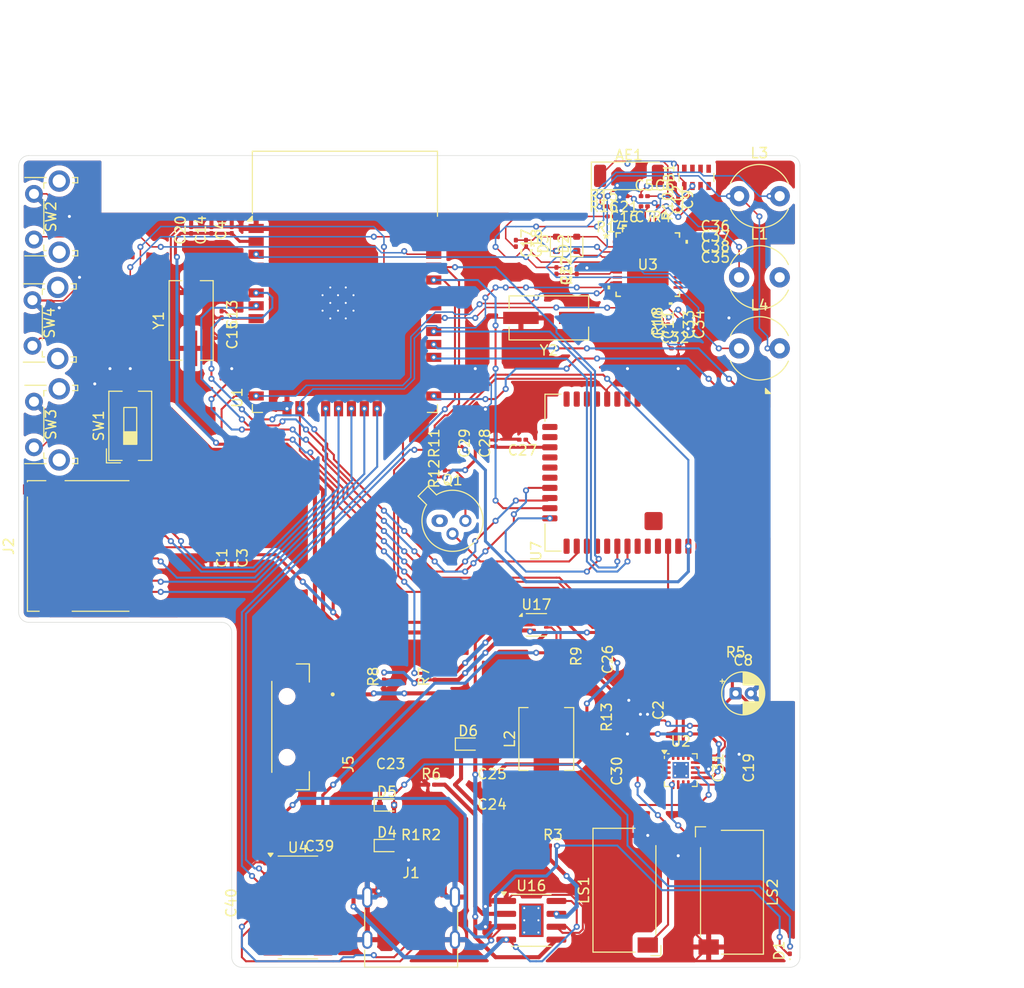
<source format=kicad_pcb>
(kicad_pcb (version 20241229) (generator "pcbnew") (generator_version "9.0")
  (layers (0 "F.Cu" signal) (2 "B.Cu" signal) (13 "F.Paste" user) (15 "B.Paste" user) (5 "F.SilkS" user "F.Silkscreen") (7 "B.SilkS" user "B.Silkscreen") (1 "F.Mask" user) (3 "B.Mask" user) (25 "Edge.Cuts" user))
  (net 0 "")
  (net 1 "SHIELD")
  (net 2 "Net-(U17-EN)")
  (net 3 "Net-(SW1A-B)")
  (net 4 "CC1")
  (net 5 "CC2")
  (net 6 "Net-(U16-~{CHRG})")
  (net 7 "Net-(D1-K)")
  (net 8 "Net-(U16-PROG)")
  (net 9 "Net-(U17-FB)")
  (net 39 "Net-(U1-IO33)")
  (net 43 "Net-(U1-IO32)")
  (net 47 "Net-(D5-K)")
  (net 48 "Net-(D6-A)")
  (net 50 "Net-(U17-SW)")
  (net 51 "Net-(D4-A)")
  (net 53 "/BAT")
  (net 54 "/VOUT")
  (net 55 "/VBUS")
  (net 56 "Net-(Q1-C)")
  (net 57 "Net-(U7-~{RST})")
  (net 58 "/MIC-1")
  (net 59 "/I2C-SCL")
  (net 60 "/I2C-SDA")
  (net 61 "Net-(Q1-B)")
  (net 62 "/TX-IND")
  (net 63 "/TEMP-2")
  (net 64 "/UART_TXD")
  (net 65 "/UART_RXD")
  (net 66 "/MCLK")
  (net 67 "/USB+")
  (net 69 "/USB-")
  (net 70 "/TEMP-1")
  (net 71 "/BIT-CLOCK")
  (net 72 "/MIC-R")
  (net 73 "/MIC-L")
  (net 74 "Net-(D7-A)")
  (net 75 "/VBAT")
  (net 76 "Net-(U2-EN)")
  (net 77 "/PWM-1")
  (net 78 "Net-(U2-HPVDD)")
  (net 79 "/GAIN-1")
  (net 81 "Net-(U2-HPVSS)")
  (net 82 "Net-(U2-CPN)")
  (net 83 "/SPEAKER-1")
  (net 84 "Net-(U2-CPP)")
  (net 85 "/SPEAKER")
  (net 86 "/GAIN-0")
  (net 87 "/DAT1")
  (net 88 "/DAT3")
  (net 89 "/CMD")
  (net 90 "/CLK")
  (net 91 "/DAT0")
  (net 102 "Net-(U3-XTAL1)")
  (net 103 "Net-(U3-XTAL2)")
  (net 104 "Net-(AE1-A)")
  (net 105 "Net-(C5-Pad1)")
  (net 106 "Net-(U3-RFI1)")
  (net 123 "Net-(U3-PHASEFIL)")
  (net 124 "Net-(U3-Igain)")
  (net 125 "Net-(U3-TAGC)")
  (net 126 "Net-(U3-VREF)")
  (net 127 "Net-(U3-LIMDEC2)")
  (net 128 "Net-(U3-LOOPSW)")
  (net 129 "/W{slash}R")
  (net 130 "Net-(U3-VCCD)")
  (net 131 "Net-(D3-K)")
  (net 132 "Net-(U3-RFI2)")
  (net 133 "Net-(D2-K)")
  (net 134 "Net-(U3-VCCA)")
  (net 135 "Net-(U3-TIFC)")
  (net 136 "Net-(U3-VCC(VCO))")
  (net 137 "Net-(D2-A)")
  (net 138 "Net-(U3-LIMDEC1)")
  (net 139 "Net-(U3-PILFIL)")
  (net 140 "Net-(C17-Pad2)")
  (net 141 "Net-(C34-Pad1)")
  (net 142 "Net-(C10-Pad2)")
  (net 148 "Net-(U4-V3)")
  (net 152 "/D+")
  (net 153 "/D-")
  (net 159 "/IO21")
  (net 160 "/IO22")
  (net 161 "/BT-MODE")
  (net 162 "Net-(U2-OUTL)")
  (net 163 "Net-(U2-OUTR)")
  (footprint "Diode_SMD:D_SOD-523" (layer "F.Cu") (at 174.3 109)
    (property "Reference" "D6")
    (property "Value" "1N4148WT")
  )
  (footprint "Resistor_SMD:R_0201_0603Metric" (layer "F.Cu") (at 193.345 56 180)
    (property "Reference" "R4")
    (property "Value" "4.7Ohms")
  )
  (footprint "Button_Switch_SMD:SW_DIP_SPSTx01_Slide_6.7x4.1mm_W6.73mm_P2.54mm_LowProfile_JPin" (layer "F.Cu") (at 141 77.635 90)
    (property "Reference" "SW1")
    (property "Value" "on/off")
  )
  (footprint "Capacitor_SMD:C_0201_0603Metric" (layer "F.Cu") (at 179 59.655 -90)
    (property "Reference" "C17")
    (property "Value" "39nF")
  )
  (footprint "Resistor_SMD:R_0201_0603Metric" (layer "F.Cu") (at 170.655 113)
    (property "Reference" "R6")
    (property "Value" "R-PROG")
  )
  (footprint "Capacitor_SMD:C_0201_0603Metric" (layer "F.Cu") (at 179.655 79 180)
    (property "Reference" "C27")
    (property "Value" "10uF")
  )
  (footprint "Capacitor_SMD:C_0201_0603Metric" (layer "F.Cu") (at 193 67.655 -90)
    (property "Reference" "C11")
    (property "Value" "30pF")
  )
  (footprint "Resistor_SMD:R_0201_0603Metric" (layer "F.Cu") (at 195 56 90)
    (property "Reference" "R10")
    (property "Value" "0.01k")
  )
  (footprint "Inductor_SMD:L_Neosid_SM-PIC0512H" (layer "F.Cu") (at 182 108.5 90)
    (property "Reference" "L2")
    (property "Value" "1uH")
  )
  (footprint "Capacitor_SMD:C_0201_0603Metric" (layer "F.Cu") (at 194.655 70)
    (property "Reference" "C32")
    (property "Value" "22nF")
  )
  (footprint "Package_SO:SOIC-8-1EP_3.9x4.9mm_P1.27mm_EP2.41x3.3mm_ThermalVias" (layer "F.Cu") (at 180.525 126.365)
    (property "Reference" "U16")
    (property "Value" "TP4056-42-ESOP8")
  )
  (footprint "Capacitor_SMD:C_0201_0603Metric" (layer "F.Cu") (at 150 66.655 -90)
    (property "Reference" "C13")
    (property "Value" "30pF")
  )
  (footprint "Capacitor_SMD:C_0201_0603Metric" (layer "F.Cu") (at 151 58.345 90)
    (property "Reference" "C4")
    (property "Value" "10uF")
  )
  (footprint "Capacitor_SMD:C_0201_0603Metric" (layer "F.Cu") (at 152 124.655 90)
    (property "Reference" "C40")
    (property "Value" "0.1uF")
  )
  (footprint "RF_Module:ESP32-WROOM-32" (layer "F.Cu") (at 162.155 66.435)
    (property "Reference" "U1")
    (property "Value" "ESP32-WROOM-32")
  )
  (footprint "Capacitor_SMD:C_0201_0603Metric" (layer "F.Cu") (at 180 59.655 -90)
    (property "Reference" "C18")
    (property "Value" "10nF")
  )
  (footprint "Resistor_SMD:R_0201_0603Metric" (layer "F.Cu") (at 183 62.345 -90)
    (property "Reference" "R17")
    (property "Value" "12ohms")
  )
  (footprint "Capacitor_SMD:C_0201_0603Metric" (layer "F.Cu") (at 191.655 56 180)
    (property "Reference" "C7")
    (property "Value" "47pF")
  )
  (footprint "Inductor_SMD:L_Taiyo-Yuden_BK_Array_1206_3216Metric" (layer "F.Cu") (at 196.8 53.15 90)
    (property "Reference" "FB1")
    (property "Value" "FerriteBead")
  )
  (footprint "Capacitor_SMD:C_0201_0603Metric" (layer "F.Cu") (at 189.655 56 180)
    (property "Reference" "C16")
    (property "Value" "4.7nF")
  )
  (footprint "Resistor_SMD:R_0201_0603Metric" (layer "F.Cu") (at 166 102.345 90)
    (property "Reference" "R8")
    (property "Value" "1K")
  )
  (footprint "Capacitor_SMD:C_0201_0603Metric" (layer "F.Cu") (at 197 55.345 90)
    (property "Reference" "C9")
    (property "Value" "22nF")
  )
  (footprint "Resistor_SMD:R_0201_0603Metric" (layer "F.Cu") (at 186 100.345 90)
    (property "Reference" "R9")
    (property "Value" "10K")
  )
  (footprint "Capacitor_SMD:C_0201_0603Metric" (layer "F.Cu") (at 196 67.655 -90)
    (property "Reference" "C34")
    (property "Value" "22nF")
  )
  (footprint "Button_Switch_THT:SW_Tactile_SPST_Angled_PTS645Vx31-2LFS" (layer "F.Cu") (at 131.3625 69.75 90)
    (property "Reference" "SW4")
    (property "Value" "SW_DIP_x01")
  )
  (footprint "Capacitor_SMD:C_0201_0603Metric" (layer "F.Cu") (at 149 90.655 -90)
    (property "Reference" "C1")
    (property "Value" "10uF")
  )
  (footprint "Connector_Card:microSD_HC_Hirose_DM3D-SF" (layer "F.Cu") (at 136.65 89.475 90)
    (property "Reference" "J2")
    (property "Value" "Micro_SD_Card")
  )
  (footprint "Resistor_SMD:R_0201_0603Metric" (layer "F.Cu") (at 168.655 119)
    (property "Reference" "R1")
    (property "Value" "5.1K")
  )
  (footprint "Diode_SMD:D_SOD-523" (layer "F.Cu") (at 166.3 119)
    (property "Reference" "D4")
    (property "Value" "1N4148WT")
  )
  (footprint "Resistor_SMD:R_0201_0603Metric" (layer "F.Cu") (at 189 106.345 90)
    (property "Reference" "R13")
    (property "Value" "2K")
  )
  (footprint "Resistor_SMD:R_0201_0603Metric" (layer "F.Cu") (at 172 79.345 90)
    (property "Reference" "R11")
    (property "Value" "10k")
  )
  (footprint "Inductor_THT:L_Radial_D6.0mm_P4.00mm" (layer "F.Cu") (at 201 63)
    (property "Reference" "L1")
    (property "Value" "1mH")
  )
  (footprint "Capacitor_SMD:C_0201_0603Metric" (layer "F.Cu") (at 192 105.655 -90)
    (property "Reference" "C2")
    (property "Value" "10uF")
  )
  (footprint "Button_Switch_THT:SW_Tactile_SPST_Angled_PTS645Vx31-2LFS" (layer "F.Cu") (at 131.51 79.75 90)
    (property "Reference" "SW3")
    (property "Value" "SW_DIP_x01")
  )
  (footprint "Capacitor_SMD:C_0201_0603Metric" (layer "F.Cu") (at 187 100.655 -90)
    (property "Reference" "C26")
    (property "Value" "10uF")
  )
  (footprint "Resistor_SMD:R_0201_0603Metric" (layer "F.Cu") (at 188.345 57 180)
    (property "Reference" "R14")
    (property "Value" "10k")
  )
  (footprint "Diode_SMD:D_SOD-523" (layer "F.Cu") (at 185 59.7 90)
    (property "Reference" "D2")
    (property "Value" "1N4148WT")
  )
  (footprint "Package_DFN_QFN:Texas_RWU0007A_VQFN-7_2x2mm_P0.5mm" (layer "F.Cu") (at 181.025 97.25)
    (property "Reference" "U17")
    (property "Value" "TPS61022")
  )
  (footprint "Buzzer_Beeper:Speaker_CUI_CMR-1206S-67" (layer "F.Cu") (at 200.3 123.6 -90)
    (property "Reference" "LS2")
    (property "Value" "Speaker")
  )
  (footprint "Capacitor_SMD:C_0201_0603Metric" (layer "F.Cu") (at 150 68.655 -90)
    (property "Reference" "C15")
    (property "Value" "30pF")
  )
  (footprint "Capacitor_SMD:C_0201_0603Metric" (layer "F.Cu") (at 198.655 60)
    (property "Reference" "C37")
    (property "Value" "47nF")
  )
  (footprint "Capacitor_SMD:C_0201_0603Metric" (layer "F.Cu") (at 147 58.345 90)
    (property "Reference" "C20")
    (property "Value" "10uF")
  )
  (footprint "Buzzer_Beeper:Speaker_CUI_CMR-1206S-67" (layer "F.Cu") (at 189.7 123.4 90)
    (property "Reference" "LS1")
    (property "Value" "Speaker")
  )
  (footprint "RF_Antenna:Johanson_2450AT43F0100" (layer "F.Cu") (at 190.15 53)
    (property "Reference" "AE1")
    (property "Value" "Antenna")
  )
  (footprint "Capacitor_SMD:C_0201_0603Metric" (layer "F.Cu") (at 151 90.655 -90)
    (property "Reference" "C3")
    (property "Value" "10uF")
  )
  (footprint "Capacitor_SMD:C_0201_0603Metric" (layer "F.Cu") (at 175 79.345 90)
    (property "Reference" "C29")
    (property "Value" "10uF")
  )
  (footprint "Capacitor_SMD:C_0201_0603Metric" (layer "F.Cu") (at 198.655 59)
    (property "Reference" "C36")
    (property "Value" "47nF")
  )
  (footprint "Button_Switch_THT:SW_Tactile_SPST_Angled_PTS645Vx31-2LFS" (layer "F.Cu") (at 131.51 59.275 90)
    (property "Reference" "SW2")
    (property "Value" "SW_DIP_x01")
  )
  (footprint "conn_battery:TE_1746142-1" (layer "F.Cu") (at 156.45 107.3 90)
    (property "Reference" "J5")
    (property "Value" "1746142-1")
  )
  (footprint "Diode_SMD:D_SOD-523" (layer "F.Cu") (at 183 59.7 90)
    (property "Reference" "D3")
    (property "Value" "1N4148WT")
  )
  (footprint "Capacitor_THT:CP_Radial_D4.0mm_P1.50mm" (layer "F.Cu") (at 200.655 104)
    (property "Reference" "C8")
    (property "Value" "100uF")
  )
  (footprint "Capacitor_SMD:C_0201_0603Metric" (layer "F.Cu") (at 192 67.655 -90)
    (property "Reference" "C10")
    (property "Value" "30pF")
  )
  (footprint "Resistor_SMD:R_0201_0603Metric" (layer "F.Cu") (at 194 67.345 90)
    (property "Reference" "R18")
    (property "Value" "33k")
  )
  (footprint "Package_DFN_QFN:WQFN-16-1EP_3x3mm_P0.5mm_EP1.6x1.6mm_ThermalVias" (layer "F.Cu") (at 195.25 111.5625)
    (property "Reference" "U2")
    (property "Value" "TPA6132A2RTE")
  )
  (footprint "Capacitor_SMD:C_0201_0603Metric" (layer "F.Cu") (at 149 58.345 90)
    (property "Reference" "C14")
    (property "Value" "10uF")
  )
  (footprint "Diode_SMD:D_SOD-523" (layer "F.Cu") (at 166.3 115)
    (property "Reference" "D5")
    (property "Value" "1N4148WT")
  )
  (footprint "Capacitor_SMD:C_0201_0603Metric" (layer "F.Cu") (at 193.655 55)
    (property "Reference" "C6")
    (property "Value" "27pF")
  )
  (footprint "Capacitor_SMD:C_0201_0603Metric" (layer "F.Cu") (at 159.655 118 180)
    (property "Reference" "C39")
    (property "Value" "0.1uF")
  )
  (footprint "Capacitor_SMD:C_0201_0603Metric" (layer "F.Cu") (at 177 79.345 90)
    (property "Reference" "C28")
    (property "Value" "10uF")
  )
  (footprint "Capacitor_SMD:C_0201_0603Metric" (layer "F.Cu") (at 203 111.345 90)
    (property "Reference" "C19")
    (property "Value" "1uF")
  )
  (footprint "Resistor_SMD:R_0201_0603Metric" (layer "F.Cu") (at 187.655 56)
    (property "Reference" "R15")
    (property "Value" "100k")
  )
  (footprint "Capacitor_SMD:C_0201_0603Metric" (layer "F.Cu") (at 198.655 62.1)
    (property "Reference" "C35")
    (property "Value" "33nF")
  )
  (footprint "Crystal:Crystal_SMD_ECS_CSM3X-2Pin_7.6x4.1mm" (layer "F.Cu") (at 182.25 67 180)
    (property "Reference" "Y2")
    (property "Value" "16MHZ")
  )
  (footprint "Capacitor_SMD:C_0201_0603Metric" (layer "F.Cu") (at 176.655 113)
    (property "Reference" "C25")
    (property "Value" "10uF")
  )
  (footprint "Resistor_SMD:R_0201_0603Metric" (layer "F.Cu") (at 182.655 119)
    (property "Reference" "R3")
    (property "Value" "1K")
  )
  (footprint "Capacitor_SMD:C_0201_0603Metric" (layer "F.Cu") (at 196 55.345 90)
    (property "Reference" "C12")
    (property "Value" "22nF")
  )
  (footprint "Capacitor_SMD:C_0201_0603Metric" (layer "F.Cu") (at 200 111.345 90)
    (property "Reference" "C31")
    (property "Value" "1uF")
  )
  (footprint "Capacitor_SMD:C_0201_0603Metric" (layer "F.Cu") (at 189.655 55 180)
    (property "Reference" "C21")
    (property "Value" "22nF")
  )
  (footprint "Resistor_SMD:R_0201_0603Metric" (layer "F.Cu") (at 200.655 101)
    (property "Reference" "R5")
    (property "Value" "1k")
  )
  (footprint "Capacitor_SMD:C_0201_0603Metric" (layer "F.Cu") (at 185 62.345 90)
    (property "Reference" "C22")
    (property "Value" "10nF")
  )
  (footprint "Package_SO:SOIC-16_3.9x9.9mm_P1.27mm" (layer "F.Cu") (at 157.525 125.095)
    (property "Reference" "U4")
    (property "Value" "CH340C")
  )
  (footprint "Capacitor_SMD:C_0201_0603Metric" (layer "F.Cu") (at 191.655 55)
    (property "Reference" "C5")
    (property "Value" "100pF")
  )
  (footprint "RF_Module:Microchip_BM83" (layer "F.Cu") (at 198.1 82.25 -90)
    (property "Reference" "U7")
    (property "Value" "Microchip_BM83")
  )
  (footprint "Resistor_SMD:R_0201_0603Metric" (layer "F.Cu") (at 170.655 119)
    (property "Reference" "R2")
    (property "Value" "5.1K")
  )
  (footprint "Capacitor_SMD:C_0201_0603Metric" (layer "F.Cu") (at 198.655 61)
    (property "Reference" "C38")
    (property "Value" "47nF")
  )
  (footprint "Resistor_SMD:R_0201_0603Metric" (layer "F.Cu") (at 172 82.345 90)
    (property "Reference" "R12")
    (property "Value" "1K")
  )
  (footprint "Crystal:Crystal_SMD_ECS_CSM3X-2Pin_7.6x4.1mm" (layer "F.Cu") (at 147 67.25 90)
    (property "Reference" "Y1")
    (property "Value" "Crystal")
  )
  (footprint "Capacitor_SMD:C_0201_0603Metric" (layer "F.Cu") (at 166.655 112)
    (property "Reference" "C23")
    (property "Value" "10uF")
  )
  (footprint "Resistor_SMD:R_0201_0603Metric" (layer "F.Cu") (at 187.655 55 180)
    (property "Reference" "R16")
    (property "Value" "47k")
  )
  (footprint "Capacitor_SMD:C_0201_0603Metric" (layer "F.Cu") (at 190 111.655 90)
    (property "Reference" "C30")
    (property "Value" "1uF")
  )
  (footprint "Resistor_SMD:R_0201_0603Metric" (layer "F.Cu") (at 171 102.345 90)
    (property "Reference" "R7")
    (property "Value" "1K")
  )
  (footprint "Package_TO_SOT_THT:TO-18-3" (layer "F.Cu") (at 171.488922 86.993922)
    (property "Reference" "Q1")
    (property "Value" "BC107")
  )
  (footprint "Tuner_Ic:HVQFN40_SOT618-1_6X6_NXP-M" (layer "F.Cu") (at 192.0028 61.749999)
    (property "Reference" "U3")
    (property "Value" "TEA5767HN/V3_118")
  )
  (footprint "Inductor_THT:L_Radial_D6.0mm_P4.00mm" (layer "F.Cu") (at 201 55)
    (property "Reference" "L3")
    (property "Value" "1mH")
  )
  (footprint "LED_SMD:LED_0201_0603Metric" (layer "F.Cu") (at 206 129.345 90)
    (property "Reference" "D1")
    (property "Value" "LED")
  )
  (footprint "Connector_USB:USB_C_Receptacle_G-Switch_GT-USB-7010ASV" (layer "F.Cu") (at 168.68 127.2)
    (property "Reference" "J1")
    (property "Value" "USB_C_Receptacle_USB2.0_16P")
  )
  (footprint "Inductor_THT:L_Radial_D6.0mm_P4.00mm" (layer "F.Cu") (at 201 70)
    (property "Reference" "L4")
    (property "Value" "1mH")
  )
  (footprint "Capacitor_SMD:C_0201_0603Metric" (layer "F.Cu") (at 195 67.655 -90)
    (property "Reference" "C33")
    (property "Value" "1nF")
  )
  (footprint "Capacitor_SMD:C_0201_0603Metric" (layer "F.Cu") (at 176.655 116)
    (property "Reference" "C24")
    (property "Value" "10uF")
  )
  (gr_arc (start 152 131) (mid 151.292893 130.707107) (end 151 130) (stroke (width 0.05)) (layer "Edge.Cuts"))
  (gr_line (start 207 52) (end 207 130) (stroke (width 0.05)) (layer "Edge.Cuts"))
  (gr_arc (start 207 130) (mid 206.707107 130.707107) (end 206 131) (stroke (width 0.05)) (layer "Edge.Cuts"))
  (gr_arc (start 150 97) (mid 150.707107 97.292893) (end 151 98) (stroke (width 0.05)) (layer "Edge.Cuts"))
  (gr_arc (start 130 52) (mid 130.292893 51.292893) (end 131 51) (stroke (width 0.05)) (layer "Edge.Cuts"))
  (gr_line (start 131 97) (end 150 97) (stroke (width 0.05)) (layer "Edge.Cuts"))
  (gr_arc (start 206 51) (mid 206.707107 51.292893) (end 207 52) (stroke (width 0.05)) (layer "Edge.Cuts"))
  (gr_line (start 206 131) (end 152 131) (stroke (width 0.05)) (layer "Edge.Cuts"))
  (gr_line (start 151 98) (end 151 130) (stroke (width 0.05)) (layer "Edge.Cuts"))
  (gr_line (start 130 96) (end 130 52) (stroke (width 0.05)) (layer "Edge.Cuts"))
  (gr_arc (start 131 97) (mid 130.292893 96.707107) (end 130 96) (stroke (width 0.05)) (layer "Edge.Cuts"))
  (gr_line (start 131 51) (end 206 51) (stroke (width 0.05)) (layer "Edge.Cuts"))
  (segment (start 199 67) (end 198 68) (width 0.15) (layer "F.Cu") (net 1))
  (segment (start 194.85 106.48781) (end 194.85 109) (width 0.2) (layer "F.Cu") (net 1))
  (segment (start 195 70.025) (end 195 72) (width 0.15) (layer "F.Cu") (net 1))
  (segment (start 198.975 56.025) (end 198.975 59) (width 0.15) (layer "F.Cu") (net 1))
  (segment (start 192 71) (end 192 72) (width 0.15) (layer "F.Cu") (net 1))
  (segment (start 192 117) (end 190 115) (width 0.2) (layer "F.Cu") (net 1))
  (segment (start 194 106) (end 194.36219 106) (width 0.2) (layer "F.Cu") (net 1))
  (segment (start 198.975 66.975) (end 199 67) (width 0.15) (layer "F.Cu") (net 1))
  (segment (start 198 69) (end 200 67) (width 0.15) (layer "F.Cu") (net 1))
  (segment (start 159.2 110.5) (end 165.776292 110.5) (width 0.4) (layer "F.Cu") (net 1))
  (segment (start 145 70) (end 147 70) (width 0.15) (layer "F.Cu") (net 1))
  (segment (start 189.335 56) (end 189.335 55) (width 0.15) (layer "F.Cu") (net 1))
  (segment (start 189.0056 61.999999) (end 185.025001 61.999999) (width 0.15) (layer "F.Cu") (net 1))
  (segment (start 171.88 123.475) (end 171.88 119.905) (width 0.4) (layer "F.Cu") (net 1))
  (segment (start 166 102.665) (end 166.665 102.665) (width 0.3) (layer "F.Cu") (net 1))
  (segment (start 202.975 106) (end 203 106) (width 0.3) (layer "F.Cu") (net 1))
  (segment (start 164.36 124.075) (end 164.88 124.075) (width 0.2) (layer "F.Cu") (net 1))
  (segment (start 162.815 58.185) (end 161.475 59.525) (width 0.2) (layer "F.Cu") (net 1))
  (segment (start 133.25 65.25) (end 134 66) (width 0.15) (layer "F.Cu") (net 1))
  (segment (start 147 70) (end 148 70) (width 0.2) (layer "F.Cu") (net 1))
  (segment (start 141 72) (end 143 72) (width 0.15) (layer "F.Cu") (net 1))
  (segment (start 161.475 59.525) (end 161.475 64) (width 0.2) (layer "F.Cu") (net 1))
  (segment (start 159.2 110.5) (end 158.5 110.5) (width 0.3) (layer "F.Cu") (net 1))
  (segment (start 187 100.975) (end 187 101.553526) (width 0.3) (layer "F.Cu") (net 1))
  (segment (start 143 72) (end 145 70) (width 0.15) (layer "F.Cu") (net 1))
  (segment (start 185 128) (end 185 130) (width 0.2) (layer "F.Cu") (net 1))
  (segment (start 197.975 67.975) (end 196 67.975) (width 0.15) (layer "F.Cu") (net 1))
  (segment (start 192 72) (end 193 73) (width 0.15) (layer "F.Cu") (net 1))
  (segment (start 192 118) (end 192 117) (width 0.2) (layer "F.Cu") (net 1))
  (segment (start 197.65 111.8125) (end 198 111.4625) (width 0.2) (layer "F.Cu") (net 1))
  (segment (start 179.335 79) (end 177.025 79) (width 0.15) (layer "F.Cu") (net 1))
  (segment (start 158.5 110.5) (end 156 113) (width 0.3) (layer "F.Cu") (net 1))
  (segment (start 146.625 90.975) (end 145.8 91.8) (width 0.2) (layer "F.Cu") (net 1))
  (segment (start 189.335 56) (end 189.335 56.419455) (width 0.15) (layer "F.Cu") (net 1))
  (segment (start 149 67.975) (end 149 68.174999) (width 0.2) (layer "F.Cu") (net 1))
  (segment (start 149 68.174999) (end 149.800001 68.975) (width 0.2) (layer "F.Cu") (net 1))
  (segment (start 151 70) (end 151 72) (width 0.2) (layer "F.Cu") (net 1))
  (segment (start 198 68) (end 197.975 67.975) (width 0.15) (layer "F.Cu") (net 1))
  (segment (start 136 63.717748) (end 134.401748 65.316) (width 0.15) (layer "F.Cu") (net 1))
  (segment (start 153.405 58.185) (end 164 58.185) (width 0.2) (layer "F.Cu") (net 1))
  (segment (start 168.975 119) (end 168.975 119.87353) (width 0.3) (layer "F.Cu") (net 1))
  (segment (start 177 79.025) (end 175 79.025) (width 0.3) (layer "F.Cu") (net 1))
  (segment (start 191.975 56) (end 191.975 56.199999) (width 0.15) (layer "F.Cu") (net 1))
  (segment (start 155 118) (end 154 119) (width 0.2) (layer "F.Cu") (net 1))
  (segment (start 193.8125 111.8125) (end 193.8125 111.3125) (width 0.2) (layer "F.Cu") (net 1))
  (segment (start 179.5 68.5) (end 180 69) (width 0.15) (layer "F.Cu") (net 1))
  (segment (start 172 78) (end 177 73) (width 0.2) (layer "F.Cu") (net 1))
  (segment (start 147 58.025) (end 146.025 58.025) (width 0.2) (layer "F.Cu") (net 1))
  (segment (start 196 73) (end 198 71) (width 0.15) (layer "F.Cu") (net 1))
  (segment (start 166.275 107.3) (end 166.975 108) (width 0.4) (layer "F.Cu") (net 1))
  (segment (start 166.975 112) (end 169.335 112) (width 0.4) (layer "F.Cu") (net 1))
  (segment (start 195 55.68) (end 195.655 55.025) (width 0.15) (layer "F.Cu") (net 1))
  (segment (start 148 70) (end 149.025 68.975) (width 0.2) (layer "F.Cu") (net 1))
  (segment (start 189 114) (end 189 112) (width 0.2) (layer "F.Cu") (net 1))
  (segment (start 191.975116 106.065) (end 191.275113 106.065) (width 0.3) (layer "F.Cu") (net 1))
  (segment (start 150 69) (end 151 70) (width 0.2) (layer "F.Cu") (net 1))
  (segment (start 145.601 96.399) (end 147 95) (width 0.2) (layer "F.Cu") (net 1))
  (segment (start 169 101) (end 167 103) (width 0.4) (layer "F.Cu") (net 1))
  (segment (start 164.88 124.075) (end 165.48 123.475) (width 0.2) (layer "F.Cu") (net 1))
  (segment (start 189 73) (end 190 72) (width 0.15) (layer "F.Cu") (net 1))
  (segment (start 191.7528 56.422199) (end 191.7528 58.752799) (width 0.15) (layer "F.Cu") (net 1))
  (segment (start 184 127) (end 185 128) (width 0.2) (layer "F.Cu") (net 1))
  (segment (start 172.185 58.185) (end 174 60) (width 0.15) (layer "F.Cu") (net 1))
  (segment (start 189 109) (end 190 108) (width 0.2) (layer "F.Cu") (net 1))
  (segment (start 150 68.975) (end 150 69) (width 0.2) (layer "F.Cu") (net 1))
  (segment (start 185.025001 61.999999) (end 185 62.025) (width 0.15) (layer "F.Cu") (net 1))
  (segment (start 198.975 62.1) (end 198.975 66.975) (width 0.15) (layer "F.Cu") (net 1))
  (segment (start 145.8 91.8) (end 142 91.8) (width 0.2) (layer "F.Cu") (net 1))
  (segment (start 176 127.769236) (end 176.575002 128.344238) (width 0.2) (layer "F.Cu") (net 1))
  (segment (start 193.975 55) (end 193.975 52.024196) (width 0.15) (layer "F.Cu") (net 1))
  (segment (start 195.655 55.025) (end 196 55.025) (width 0.15) (layer "F.Cu") (net 1))
  (segment (start 170.335 113) (end 170.335 118.064) (width 0.3) (layer "F.Cu") (net 1))
  (segment (start 149 90.975) (end 146.625 90.975) (width 0.2) (layer "F.Cu") (net 1))
  (segment (start 132.775 54.775) (end 135 57) (width 0.15) (layer "F.Cu") (net 1))
  (segment (start 149.800001 68.975) (end 150 68.975) (width 0.2) (layer "F.Cu") (net 1))
  (segment (start 176 124) (end 176.46 124.46) (width 0.3) (layer "F.Cu") (net 1))
  (segment (start 135 76) (end 137 74) (width 0.15) (layer "F.Cu") (net 1))
  (segment (start 183.601 127.601) (end 183 127) (width 0.2) (layer "F.Cu") (net 1))
  (segment (start 166.665 102.665) (end 167 103) (width 0.3) (layer "F.Cu") (net 1))
  (segment (start 164.36 124.075) (end 164.36 128.275) (width 0.2) (layer "F.Cu") (net 1))
  (segment (start 194.36219 106) (end 194.85 106.48781) (width 0.2) (layer "F.Cu") (net 1))
  (segment (start 178.05 124.46) (end 178.651 123.859) (width 0.2) (layer "F.Cu") (net 1))
  (segment (start 137.5 73.5) (end 139 72) (width 0.15) (layer "F.Cu") (net 1))
  (segment (start 193.975 105.975) (end 194 106) (width 0.2) (layer "F.Cu") (net 1))
  (segment (start 200 111.025) (end 200 111) (width 0.2) (layer "F.Cu") (net 1))
  (segment (start 154.501 113) (end 156 113) (width 0.4) (layer "F.Cu") (net 1))
  (segment (start 185 130) (end 185.399 130.399) (width 0.2) (layer "F.Cu") (net 1))
  (segment (start 146.025 58.025) (end 146 58) (width 0.2) (layer "F.Cu") (net 1))
  (segment (start 186.749999 73) (end 188 74.250001) (width 0.2) (layer "F.Cu") (net 1))
  (segment (start 185.601 125.0339) (end 185.601 127.248943) (width 0.2) (layer "F.Cu") (net 1))
  (segment (start 146 58) (end 145 59) (width 0.2) (layer "F.Cu") (net 1))
  (segment (start 170.675292 118.399) (end 170.975 118.698708) (width 0.4) (layer "F.Cu") (net 1))
  (segment (start 193.975 55) (end 194.32 55) (width 0.15) (layer "F.Cu") (net 1))
  (segment (start 188 74.250001) (end 188 75) (width 0.2) (layer "F.Cu") (net 1))
  (segment (start 178.05 127) (end 177.703032 127) (width 0.2) (layer "F.Cu") (net 1))
  (segment (start 165.776292 110.5) (end 166.975 111.698708) (width 0.4) (layer "F.Cu") (net 1))
  (segment (start 136 63) (end 136 63.717748) (width 0.15) (layer "F.Cu") (net 1))
  (segment (start 203 89.5) (end 203 103.155) (width 0.2) (layer "F.Cu") (net 1))
  (segment (start 200.975 104) (end 202.975 106) (width 0.3) (layer "F.Cu") (net 1))
  (segment (start 193 67.975) (end 193 68.575) (width 0.15) (layer "F.Cu") (net 1))
  (segment (start 194.975 70) (end 195 70.025) (width 0.15) (layer "F.Cu") (net 1))
  (segment (start 176 127) (end 176 127.769236) (width 0.2) (layer "F.Cu") (net 1))
  (segment (start 152 124.335) (end 152 122) (width 0.2) (layer "F.Cu") (net 1))
  (segment (start 131.3625 65.25) (end 133.25 65.25) (width 0.15) (layer "F.Cu") (net 1))
  (segment (start 153.35 120.65) (end 154 120.65) (width 0.2) (layer "F.Cu") (net 1))
  (segment (start 172 79.025) (end 172 78) (width 0.2) (layer "F.Cu") (net 1))
  (segment (start 176.975 116) (end 176.975 117.025) (width 0.3) (layer "F.Cu") (net 1))
  (segment (start 196.601 130.399) (end 198 129) (width 0.2) (layer "F.Cu") (net 1))
  (segment (start 203 106) (end 203 111.025) (width 0.3) (layer "F.Cu") (net 1))
  (segment (start 171.88 119.905) (end 170.975 119) (width 0.4) (layer "F.Cu") (net 1))
  (segment (start 147 64.5) (end 149.475 66.975) (width 0.2) (layer "F.Cu") (net 1))
  (segment (start 134.401748 65.316) (end 131.4285 65.316) (width 0.15) (layer "F.Cu") (net 1))
  (segment (start 196 55.025) (end 197 55.025) (width 0.15) (layer "F.Cu") (net 1))
  (segment (start 170.975 118.698708) (end 170.975 119) (width 0.4) (layer "F.Cu") (net 1))
  (segment (start 176 118) (end 176 124) (width 0.3) (layer "F.Cu") (net 1))
  (segment (start 132.775 95.125) (end 132.775 96.05) (width 0.2) (layer "F.Cu") (net 1))
  (segment (start 156 92) (end 156 101.6) (width 0.3) (layer "F.Cu") (net 1))
  (segment (start 175 77) (end 175 79.025) (width 0.15) (layer "F.Cu") (net 1))
  (segment (start 169.335 112) (end 170.335 113) (width 0.4) (layer "F.Cu") (net 1))
  (segment (start 156 101.6) (end 153.4 101.6) (width 0.4) (layer "F.Cu") (net 1))
  (segment (start 193 73) (end 196 73) (width 0.15) (layer "F.Cu") (net 1))
  (segment (start 184.4261 123.859) (end 185.601 125.0339) (width 0.2) (layer "F.Cu") (net 1))
  (segment (start 177.845 124.255) (end 176.745 124.255) (width 0.2) (layer "F.Cu") (net 1))
  (segment (start 154 119) (end 154 119.6) (width 0.2) (layer "F.Cu") (net 1))
  (segment (start 159.2 107.3) (end 166.275 107.3) (width 0.4) (layer "F.Cu") (net 1))
  (segment (start 189.335 56.419455) (end 189.340545 56.425) (width 0.15) (layer "F.Cu") (net 1))
  (segment (start 182 69) (end 190 69) (width 0.15) (layer "F.Cu") (net 1))
  (segment (start 177.025 79) (end 177 79.025) (width 0.15) (layer "F.Cu") (net 1))
  (segment (start 176.975 117.025) (end 176 118) (width 0.3) (layer "F.Cu") (net 1))
  (segment (start 178.05 124.46) (end 177.845 124.255) (width 0.2) (layer "F.Cu") (net 1))
  (segment (start 168.975 119) (end 169.576 118.399) (width 0.4) (layer "F.Cu") (net 1))
  (segment (start 172 79.025) (end 172 79) (width 0.3) (layer "F.Cu") (net 1))
  (segment (start 131.51 54.775) (end 132.775 54.775) (width 0.15) (layer "F.Cu") (net 1))
  (segment (start 149.025 68.975) (end 150 68.975) (width 0.2) (layer "F.Cu") (net 1))
  (segment (start 176.3 96.7) (end 172 101) (width 0.4) (layer "F.Cu") (net 1))
  (segment (start 199 56) (end 198.975 56.025) (width 0.15) (layer "F.Cu") (net 1))
  (segment (start 195 69.975) (end 194.975 70) (width 0.15) (layer "F.Cu") (net 1))
  (segment (start 177 73) (end 186.749999 73) (width 0.2) (layer "F.Cu") (net 1))
  (segment (start 153.4 101.6) (end 152.501 102.499) (width 0.4) (layer "F.Cu") (net 1))
  (segment (start 172 79.025) (end 175 79.025) (width 0.3) (layer "F.Cu") (net 1))
  (segment (start 193.975 52.024196) (end 193.526804 51.576) (width 0.15) (layer "F.Cu") (net 1))
  (segment (start 179.5 67) (end 176 67) (width 0.15) (layer "F.Cu") (net 1))
  (segment (start 183 127) (end 184 127) (width 0.2) (layer "F.Cu") (net 1))
  (segment (start 147 58.025) (end 153.245 58.025) (width 0.3) (layer "F.Cu") (net 1))
  (segment (start 153.245 58.025) (end 153.405 58.185) (width 0.3) (layer "F.Cu") (net 1))
  (segment (start 152 122) (end 153.35 120.65) (width 0.2) (layer "F.Cu") (net 1))
  (segment (start 145 63) (end 146.5 64.5) (width 0.2) (layer "F.Cu") (net 1))
  (segment (start 200 111) (end 201 110) (width 0.2) (layer "F.Cu") (net 1))
  (segment (start 195 67.975) (end 195 69.975) (width 0.15) (layer "F.Cu") (net 1))
  (segment (start 152.501 111) (end 154.501 113) (width 0.4) (layer "F.Cu") (net 1))
  (segment (start 153 119.65) (end 154 120.65) (width 0.3) (layer "F.Cu") (net 1))
  (segment (start 153 116) (end 153 119.65) (width 0.3) (layer "F.Cu") (net 1))
  (segment (start 203 103.155) (end 202.155 104) (width 0.2) (layer "F.Cu") (net 1))
  (segment (start 147 95) (end 147 93) (width 0.2) (layer "F.Cu") (net 1))
  (segment (start 193 51.576) (end 191.373 51.576) (width 0.15) (layer "F.Cu") (net 1))
  (segment (start 166.975 108) (end 166.975 112) (width 0.4) (layer "F.Cu") (net 1))
  (segment (start 166.975 103.025) (end 166.975 108) (width 0.4) (layer "F.Cu") (net 1))
  (segment (start 190 69) (end 191 70) (width 0.15) (layer "F.Cu") (net 1))
  (segment (start 133.124 96.399) (end 145.601 96.399) (width 0.2) (layer "F.Cu") (net 1))
  (segment (start 172.48 124.075) (end 171.88 123.475) (width 0.2) (layer "F.Cu") (net 1))
  (segment (start 151 90.975) (end 154.975 90.975) (width 0.3) (layer "F.Cu") (net 1))
  (segment (start 152.501 102.499) (end 152.501 111) (width 0.4) (layer "F.Cu") (net 1))
  (segment (start 168.975 119.87353) (end 168.424265 120.424265) (width 0.3) (layer "F.Cu") (net 1))
  (segment (start 197 55.025) (end 198.025 55.025) (width 0.15) (layer "F.Cu") (net 1))
  (segment (start 147 93) (end 145.8 91.8) (width 0.2) (layer "F.Cu") (net 1))
  (segment (start 192 105.975) (end 193.975 105.975) (width 0.2) (layer "F.Cu") (net 1))
  (segment (start 187 101.553526) (end 190.131474 104.685) (width 0.3) (layer "F.Cu") (net 1))
  (segment (start 149.475 66.975) (end 150 66.975) (width 0.2) (layer "F.Cu") (net 1))
  (segment (start 190 115) (end 189 114) (width 0.2) (layer "F.Cu") (net 1))
  (segment (start 193 68.575) (end 193.425 69) (width 0.15) (layer "F.Cu") (net 1))
  (segment (start 176.46 124.46) (end 178.05 124.46) (width 0.3) (layer "F.Cu") (net 1))
  (segment (start 156 113) (end 153 116) (width 0.3) (layer "F.Cu") (net 1))
  (segment (start 180 69) (end 182 69) (width 0.15) (layer "F.Cu") (net 1))
  (segment (start 191 70) (end 192 71) (width 0.15) (layer "F.Cu") (net 1))
  (segment (start 188 75) (end 188 74) (width 0.15) (layer "F.Cu") (net 1))
  (segment (start 185.248943 127.601) (end 183.601 127.601) (width 0.2) (layer "F.Cu") (net 1))
  (segment (start 150 66.975) (end 149 67.975) (width 0.2) (layer "F.Cu") (net 1))
  (segment (start 195 126) (end 195 120) (width 0.2) (layer "F.Cu") (net 1))
  (segment (start 191.373 51.576) (end 189 53.949) (width 0.15) (layer "F.Cu") (net 1))
  (segment (start 172 101) (end 169 101) (width 0.4) (layer "F.Cu") (net 1))
  (segment (start 175 68) (end 175 69) (width 0.15) (layer "F.Cu") (net 1))
  (segment (start 188 74) (end 189 73) (width 0.15) (layer "F.Cu") (net 1))
  (segment (start 196.6875 111.8125) (end 197.65 111.8125) (width 0.2) (layer "F.Cu") (net 1))
  (segment (start 164 58.185) (end 162.815 58.185) (width 0.2) (layer "F.Cu") (net 1))
  (segment (start 173 124.075) (end 173 128.275) (width 0.2) (layer "F.Cu") (net 1))
  (segment (start 132.775 96.05) (end 133.124 96.399) (width 0.2) (layer "F.Cu") (net 1))
  (segment (start 137 74) (end 137.5 73.5) (width 0.15) (layer "F.Cu") (net 1))
  (segment (start 132.26 76) (end 135 76) (width 0.15) (layer "F.Cu") (net 1))
  (segment (start 185.399 130.399) (end 196.601 130.399) (width 0.2) (layer "F.Cu") (net 1))
  (segment (start 159.335 118) (end 155 118) (width 0.2) (layer "F.Cu") (net 1))
  (segment (start 170.905 58.185) (end 172.185 58.185) (width 0.15) (layer "F.Cu") (net 1))
  (segment (start 196 68.975) (end 194.975 70) (width 0.15) (layer "F.Cu") (net 1))
  (segment (start 176 76) (end 175 77) (width 0.15) (layer "F.Cu") (net 1))
  (segment (start 196 67.975) (end 196 68.975) (width 0.15) (layer "F.Cu") (net 1))
  (segment (start 167 103) (end 166.975 103.025) (width 0.4) (layer "F.Cu") (net 1))
  (segment (start 198.025 55.025) (end 199 56) (width 0.15) (layer "F.Cu") (net 1))
  (segment (start 191.975 56.199999) (end 191.7528 56.422199) (width 0.15) (layer "F.Cu") (net 1))
  (segment (start 170 118.399) (end 170.675292 118.399) (width 0.4) (layer "F.Cu") (net 1))
  (segment (start 176.575002 128.12803) (end 176.575002 128.344238) (width 0.2) (layer "F.Cu") (net 1))
  (segment (start 151 90.975) (end 149 90.975) (width 0.2) (layer "F.Cu") (net 1))
  (segment (start 146.5 64.5) (end 147 64.5) (width 0.2) (layer "F.Cu") (net 1))
  (segment (start 170.335 118.064) (end 170 118.399) (width 0.3) (layer "F.Cu") (net 1))
  (segment (start 198.975 62.1) (end 198.975 59) (width 0.15) (layer "F.Cu") (net 1))
  (segment (start 173 124.075) (end 172.48 124.075) (width 0.2) (layer "F.Cu") (net 1))
  (segment (start 176 67) (end 175 68) (width 0.15) (layer "F.Cu") (net 1))
  (segment (start 177.703032 127) (end 176.575002 128.12803) (width 0.2) (layer "F.Cu") (net 1))
  (segment (start 194.32 55) (end 195 55.68) (width 0.15) (layer "F.Cu") (net 1))
  (segment (start 178.651 123.859) (end 184.4261 123.859) (width 0.2) (layer "F.Cu") (net 1))
  (segment (start 131.4285 65.316) (end 131.3625 65.25) (width 0.15) (layer "F.Cu") (net 1))
  (segment (start 198 129) (end 195 126) (width 0.2) (layer "F.Cu") (net 1))
  (segment (start 154 119.6) (end 155.05 120.65) (width 0.2) (layer "F.Cu") (net 1))
  (segment (start 176.745 124.255) (end 176 125) (width 0.2) (layer "F.Cu") (net 1))
  (segment (start 195 110.125) (end 195 109.15) (width 0.2) (layer "F.Cu") (net 1))
  (segment (start 175 69) (end 175 72) (width 0.15) (layer "F.Cu") (net 1))
  (segment (start 179.5 67) (end 179.5 68.5) (width 0.15) (layer "F.Cu") (net 1))
  (segment (start 174 67) (end 175 68) (width 0.15) (layer "F.Cu") (net 1))
  (segment (start 185.601 127.248943) (end 185.248943 127.601) (width 0.2) (layer "F.Cu") (net 1))
  (segment (start 198 71) (end 198 69) (width 0.15) (layer "F.Cu") (net 1))
  (segment (start 195 109.15) (end 194.85 109) (width 0.2) (layer "F.Cu") (net 1))
  (segment (start 189 112) (end 189 109) (width 0.2) (layer "F.Cu") (net 1))
  (segment (start 193.526804 51.576) (end 193 51.576) (width 0.15) (layer "F.Cu") (net 1))
  (segment (start 154 120.65) (end 155.05 120.65) (width 0.2) (layer "F.Cu") (net 1))
  (segment (start 176.975 116) (end 176.975 113) (width 0.4) (layer "F.Cu") (net 1))
  (segment (start 170.905 58.185) (end 164 58.185) (width 0.2) (layer "F.Cu") (net 1))
  (segment (start 145 59) (end 145 63) (width 0.2) (layer "F.Cu") (net 1))
  (segment (start 131.51 75.25) (end 132.26 76) (width 0.15) (layer "F.Cu") (net 1))
  (segment (start 154.975 90.975) (end 156 92) (width 0.3) (layer "F.Cu") (net 1))
  (segment (start 166.975 111.698708) (end 166.975 112) (width 0.4) (layer "F.Cu") (net 1))
  (segment (start 174 60) (end 174 67) (width 0.15) (layer "F.Cu") (net 1))
  (segment (start 169.576 118.399) (end 170 118.399) (width 0.4) (layer "F.Cu") (net 1))
  (segment (start 180.4 96.7) (end 176.3 96.7) (width 0.4) (layer "F.Cu") (net 1))
  (segment (start 200 111.025) (end 203 111.025) (width 0.3) (layer "F.Cu") (net 1))
  (via (at 193.425 69) (size 0.6) (drill 0.3) (layers "F.Cu" "B.Cu") (net 1))
  (via (at 151 72) (size 0.6) (drill 0.3) (layers "F.Cu" "B.Cu") (net 1))
  (via (at 176 125) (size 0.6) (drill 0.3) (layers "F.Cu" "B.Cu") (net 1))
  (via (at 191.975116 106.065) (size 0.6) (drill 0.3) (layers "F.Cu" "B.Cu") (net 1))
  (via (at 195.975116 68.065) (size 0.6) (drill 0.3) (layers "F.Cu" "B.Cu") (net 1))
  (via (at 176 76) (size 0.6) (drill 0.3) (layers "F.Cu" "B.Cu") (net 1))
  (via (at 156.445 75.945) (size 0.6) (drill 0.3) (layers "F.Cu" "B.Cu") (net 1))
  (via (at 141 72) (size 0.6) (drill 0.3) (layers "F.Cu" "B.Cu") (net 1))
  (via (at 201 110) (size 0.6) (drill 0.3) (layers "F.Cu" "B.Cu") (net 1))
  (via (at 134 66) (size 0.6) (drill 0.3) (layers "F.Cu" "B.Cu") (net 1))
  (via (at 176.575002 128.344238) (size 0.6) (drill 0.3) (layers "F.Cu" "B.Cu") (net 1))
  (via (at 136 63) (size 0.6) (drill 0.3) (layers "F.Cu" "B.Cu") (net 1))
  (via (at 139 72) (size 0.6) (drill 0.3) (layers "F.Cu" "B.Cu") (net 1))
  (via (at 191.275113 106.065) (size 0.6) (drill 0.3) (layers "F.Cu" "B.Cu") (net 1))
  (via (at 189.245 55.099) (size 0.6) (drill 0.3) (layers "F.Cu" "B.Cu") (net 1))
  (via (at 168.424265 120.424265) (size 0.6) (drill 0.3) (layers "F.Cu" "B.Cu") (net 1))
  (via (at 176 127) (size 0.6) (drill 0.3) (layers "F.Cu" "B.Cu") (net 1))
  (via (at 190 108) (size 0.6) (drill 0.3) (layers "F.Cu" "B.Cu") (net 1))
  (via (at 135 57) (size 0.6) (drill 0.3) (layers "F.Cu" "B.Cu") (net 1))
  (via (at 165.48 123.475) (size 0.6) (drill 0.3) (layers "F.Cu" "B.Cu") (net 1))
  (via (at 194.85 109) (size 0.6) (drill 0.3) (layers "F.Cu" "B.Cu") (net 1))
  (via (at 137.5 73.5) (size 0.6) (drill 0.3) (layers "F.Cu" "B.Cu") (net 1))
  (via (at 200 67) (size 0.6) (drill 0.3) (layers "F.Cu" "B.Cu") (net 1))
  (via (at 192 118) (size 0.6) (drill 0.3) (layers "F.Cu" "B.Cu") (net 1))
  (via (at 198 111.4625) (size 0.6) (drill 0.3) (layers "F.Cu" "B.Cu") (net 1))
  (via (at 190.131474 104.685) (size 0.6) (drill 0.3) (layers "F.Cu" "B.Cu") (net 1))
  (via (at 175 72) (size 0.6) (drill 0.3) (layers "F.Cu" "B.Cu") (net 1))
  (via (at 195 120) (size 0.6) (drill 0.3) (layers "F.Cu" "B.Cu") (net 1))
  (via (at 189.340545 56.425) (size 0.6) (drill 0.3) (layers "F.Cu" "B.Cu") (net 1))
  (via (at 195 72) (size 0.6) (drill 0.3) (layers "F.Cu" "B.Cu") (net 1))
  (via (at 190 72) (size 0.6) (drill 0.3) (layers "F.Cu" "B.Cu") (net 1))
  (via (at 189 53.949) (size 0.6) (drill 0.3) (layers "F.Cu" "B.Cu") (net 1))
  (via (at 186 62.074999) (size 0.6) (drill 0.3) (layers "F.Cu" "B.Cu") (net 1))
  (segment (start 156.39 76) (end 156.445 75.945) (width 0.2) (layer "B.Cu") (net 1))
  (segment (start 201.96 78.96) (end 202.68 78.96) (width 0.15) (layer "B.Cu") (net 1))
  (segment (start 189.340545 56.425) (end 189.343346 56.422199) (width 0.15) (layer "B.Cu") (net 1))
  (segment (start 191.935 106.065) (end 191.975116 106.065) (width 0.2) (layer "B.Cu") (net 1))
  (segment (start 136 58) (end 136 63) (width 0.15) (layer "B.Cu") (net 1))
  (segment (start 176.575002 128.344238) (end 175.91924 129) (width 0.2) (layer "B.Cu") (net 1))
  (segment (start 190.131474 104.921361) (end 191.275113 106.065) (width 0.3) (layer "B.Cu") (net 1))
  (segment (start 194.049 69.624) (end 195.376 69.624) (width 0.15) (layer "B.Cu") (net 1))
  (segment (start 137 69) (end 137 73) (width 0.15) (layer "B.Cu") (net 1))
  (segment (start 195 120) (end 195 119) (width 0.2) (layer "B.Cu") (net 1))
  (segment (start 168.424265 120.530735) (end 165.48 123.475) (width 0.3) (layer "B.Cu") (net 1))
  (segment (start 193.425 69) (end 194.049 69.624) (width 0.15) (layer "B.Cu") (net 1))
  (segment (start 139 72) (end 141 72) (width 0.15) (layer "B.Cu") (net 1))
  (segment (start 191 62) (end 186.074999 62) (width 0.15) (layer "B.Cu") (net 1))
  (segment (start 195 119) (end 194 118) (width 0.2) (layer "B.Cu") (net 1))
  (segment (start 175 72) (end 176.576 73.576) (width 0.15) (layer "B.Cu") (net 1))
  (segment (start 195.376 69.624) (end 196 69) (width 0.15) (layer "B.Cu") (net 1))
  (segment (start 195 72) (end 201.96 78.96) (width 0.15) (layer "B.Cu") (net 1))
  (segment (start 201 113) (end 199 113) (width 0.2) (layer "B.Cu") (net 1))
  (segment (start 176.576 75.424) (end 176 76) (width 0.15) (layer "B.Cu") (net 1))
  (segment (start 189 53.949) (end 189 54.854) (width 0.15) (layer "B.Cu") (net 1))
  (segment (start 186.074999 62) (end 186 62.074999) (width 0.15) (layer "B.Cu") (net 1))
  (segment (start 194.85 109) (end 197 109) (width 0.2) (layer "B.Cu") (net 1))
  (segment (start 199 113) (end 198 112) (width 0.2) (layer "B.Cu") (net 1))
  (segment (start 195.496388 64) (end 194.145389 62.649) (width 0.15) (layer "B.Cu") (net 1))
  (segment (start 196 69) (end 196 68.089884) (width 0.15) (layer "B.Cu") (net 1))
  (segment (start 175.91924 129) (end 175 129) (width 0.2) (layer "B.Cu") (net 1))
  (segment (start 152 75) (end 153 76) (width 0.2) (layer "B.Cu") (net 1))
  (segment (start 176.576 73.576) (end 176.576 75.424) (width 0.15) (layer "B.Cu") (net 1))
  (segment (start 189 54.854) (end 189.245 55.099) (width 0.15) (layer "B.Cu") (net 1))
  (segment (start 189.343346 56.422199) (end 191.7528 56.422199) (width 0.15) (layer "B.Cu") (net 1))
  (segment (start 190 108) (end 191.935 106.065) (width 0.2) (layer "B.Cu") (net 1))
  (segment (start 153 76) (end 156.39 76) (width 0.2) (layer "B.Cu") (net 1))
  (segment (start 196 68.089884) (end 195.975116 68.065) (width 0.15) (layer "B.Cu") (net 1))
  (segment (start 194.145389 62.649) (end 191.649 62.649) (width 0.15) (layer "B.Cu") (net 1))
  (segment (start 198 110) (end 197 109) (width 0.2) (layer "B.Cu") (net 1))
  (segment (start 203 111) (end 201 113) (width 0.2) (layer "B.Cu") (net 1))
  (segment (start 168.424265 120.424265) (end 168.424265 120.530735) (width 0.3) (layer "B.Cu") (net 1))
  (segment (start 200 66) (end 198 64) (width 0.15) (layer "B.Cu") (net 1))
  (segment (start 201 110) (end 202 110) (width 0.2) (layer "B.Cu") (net 1))
  (segment (start 200 67) (end 200 66) (width 0.15) (layer "B.Cu") (net 1))
  (segment (start 198 64) (end 195.496388 64) (width 0.15) (layer "B.Cu") (net 1))
  (segment (start 137 73) (end 137.5 73.5) (width 0.15) (layer "B.Cu") (net 1))
  (segment (start 134 66) (end 137 69) (width 0.15) (layer "B.Cu") (net 1))
  (segment (start 174.275 128.275) (end 173 128.275) (width 0.2) (layer "B.Cu") (net 1))
  (segment (start 135 57) (end 136 58) (width 0.15) (layer "B.Cu") (net 1))
  (segment (start 198 112) (end 198 111.4625) (width 0.2) (layer "B.Cu") (net 1))
  (segment (start 175 129) (end 174.275 128.275) (width 0.2) (layer "B.Cu") (net 1))
  (segment (start 194 118) (end 192 118) (width 0.2) (layer "B.Cu") (net 1))
  (segment (start 202 110) (end 203 111) (width 0.2) (layer "B.Cu") (net 1))
  (segment (start 198 111.4625) (end 198 110) (width 0.2) (layer "B.Cu") (net 1))
  (segment (start 190 72) (end 195 72) (width 0.15) (layer "B.Cu") (net 1))
  (segment (start 190.131474 104.685) (end 190.131474 104.921361) (width 0.3) (layer "B.Cu") (net 1))
  (segment (start 191.649 62.649) (end 191 62) (width 0.15) (layer "B.Cu") (net 1))
  (segment (start 152 73) (end 152 75) (width 0.2) (layer "B.Cu") (net 1))
  (segment (start 151 72) (end 152 73) (width 0.2) (layer "B.Cu") (net 1))
  (segment (start 176 125) (end 176 127) (width 0.2) (layer "B.Cu") (net 1))
  (segment (start 182 97.5) (end 182.5 97.5) (width 0.2) (layer "F.Cu") (net 2))
  (segment (start 183 100) (end 183.665 100.665) (width 0.2) (layer "F.Cu") (net 2))
  (segment (start 183 98) (end 183 100) (width 0.2) (layer "F.Cu") (net 2))
  (segment (start 183.665 100.665) (end 186 100.665) (width 0.2) (layer "F.Cu") (net 2))
  (segment (start 182.5 97.5) (end 183 98) (width 0.2) (layer "F.Cu") (net 2))
  (segment (start 184.025 100.025) (end 183.401 99.401) (width 0.2) (layer "F.Cu") (net 3))
  (segment (start 186 110) (end 186 105) (width 0.3) (layer "F.Cu") (net 3))
  (segment (start 175.901 96.099) (end 174 98) (width 0.4) (layer "F.Cu") (net 3))
  (segment (start 186.69 100.025) (end 187 100.335) (width 0.3) (layer "F.Cu") (net 3))
  (segment (start 182 111) (end 185 111) (width 0.3) (layer "F.Cu") (net 3))
  (segment (start 188.335 100.335) (end 187 100.335) (width 0.3) (layer "F.Cu") (net 3))
  (segment (start 149 80) (end 145 76) (width 0.4) (layer "F.Cu") (net 3))
  (segment (start 141 74.27) (end 142.73 76) (width 0.4) (layer "F.Cu") (net 3))
  (segment (start 185 111) (end 186 110) (width 0.3) (layer "F.Cu") (net 3))
  (segment (start 176.335 113) (end 176.335 112.698708) (width 0.4) (layer "F.Cu") (net 3))
  (segment (start 174 98) (end 162 98) (width 0.4) (layer "F.Cu") (net 3))
  (segment (start 189 101) (end 188.335 100.335) (width 0.3) (layer "F.Cu") (net 3))
  (segment (start 178.033708 111) (end 182 111) (width 0.4) (layer "F.Cu") (net 3))
  (segment (start 181.625 96.099) (end 175.901 96.099) (width 0.4) (layer "F.Cu") (net 3))
  (segment (start 183.401 97.660202) (end 182.240798 96.5) (width 0.2) (layer "F.Cu") (net 3))
  (segment (start 182 96.474) (end 181.625 96.099) (width 0.4) (layer "F.Cu") (net 3))
  (segment (start 182.240798 96.5) (end 182 96.5) (width 0.2) (layer "F.Cu") (net 3))
  (segment (start 156 80) (end 149 80) (width 0.4) (layer "F.Cu") (net 3))
  (segment (start 176.335 112.698708) (end 178.033708 111) (width 0.4) (layer "F.Cu") (net 3))
  (segment (start 186 100.025) (end 184.025 100.025) (width 0.2) (layer "F.Cu") (net 3))
  (segment (start 160 84) (end 156 80) (width 0.4) (layer "F.Cu") (net 3))
  (segment (start 183.401 99.401) (end 183.401 97.660202) (width 0.2) (layer "F.Cu") (net 3))
  (segment (start 186 100.025) (end 186.69 100.025) (width 0.3) (layer "F.Cu") (net 3))
  (segment (start 142.73 76) (end 145 76) (width 0.4) (layer "F.Cu") (net 3))
  (segment (start 160 96) (end 160 84) (width 0.4) (layer "F.Cu") (net 3))
  (segment (start 162 98) (end 160 96) (width 0.4) (layer "F.Cu") (net 3))
  (via (at 186 105) (size 0.6) (drill 0.3) (layers "F.Cu" "B.Cu") (net 3))
  (via (at 189 101) (size 0.6) (drill 0.3) (layers "F.Cu" "B.Cu") (net 3))
  (segment (start 186 105) (end 189 102) (width 0.3) (layer "B.Cu") (net 3))
  (segment (start 189 102) (end 189 101) (width 0.3) (layer "B.Cu") (net 3))
  (segment (start 168.335 119) (end 168.335 119.665) (width 0.2) (layer "F.Cu") (net 4))
  (segment (start 167.43 120.57) (end 167.43 123.475) (width 0.2) (layer "F.Cu") (net 4))
  (segment (start 168.335 119.665) (end 167.43 120.57) (width 0.2) (layer "F.Cu") (net 4))
  (segment (start 170.335 119) (end 170.43 119.095) (width 0.2) (layer "F.Cu") (net 5))
  (segment (start 170.43 119.095) (end 170.43 123.475) (width 0.2) (layer "F.Cu") (net 5))
  (segment (start 182.335 120.335) (end 184 122) (width 0.4) (layer "F.Cu") (net 6))
  (segment (start 182.335 119) (end 182.335 120.335) (width 0.4) (layer "F.Cu") (net 6))
  (via (at 184 122) (size 0.6) (drill 0.3) (layers "F.Cu" "B.Cu") (net 6))
  (via (at 183 125.73) (size 0.6) (drill 0.3) (layers "F.Cu" "B.Cu") (net 6))
  (segment (start 184 122) (end 185 123) (width 0.4) (layer "B.Cu") (net 6))
  (segment (start 185 123) (end 185 125) (width 0.4) (layer "B.Cu") (net 6))
  (segment (start 183 126) (end 183 125.73) (width 0.4) (layer "B.Cu") (net 6))
  (segment (start 184 126) (end 183 126) (width 0.4) (layer "B.Cu") (net 6))
  (segment (start 185 125) (end 184 126) (width 0.4) (layer "B.Cu") (net 6))
  (segment (start 156.46 115.54) (end 157 115) (width 0.3) (layer "F.Cu") (net 7))
  (segment (start 205 128.864999) (end 205 128) (width 0.2) (layer "F.Cu") (net 7))
  (segment (start 205.800001 129.665) (end 205 128.864999) (width 0.2) (layer "F.Cu") (net 7))
  (segment (start 206 129.665) (end 205.800001 129.665) (width 0.2) (layer "F.Cu") (net 7))
  (via (at 157 115) (size 0.6) (drill 0.3) (layers "F.Cu" "B.Cu") (net 7))
  (via (at 183.065 119.024884) (size 0.6) (drill 0.3) (layers "F.Cu" "B.Cu") (net 7))
  (via (at 205 128) (size 0.6) (drill 0.3) (layers "F.Cu" "B.Cu") (net 7))
  (segment (start 179 122) (end 182 122) (width 0.3) (layer "B.Cu") (net 7))
  (segment (start 183.089884 119) (end 183.065 119.024884) (width 0.2) (layer "B.Cu") (net 7))
  (segment (start 177 124) (end 179 122) (width 0.3) (layer "B.Cu") (net 7))
  (segment (start 202.401 123.401) (end 193.401 123.401) (width 0.2) (layer "B.Cu") (net 7))
  (segment (start 183 121) (end 183 119.089884) (width 0.3) (layer "B.Cu") (net 7))
  (segment (start 205 126) (end 202.401 123.401) (width 0.2) (layer "B.Cu") (net 7))
  (segment (start 174 116) (end 174 127) (width 0.3) (layer "B.Cu") (net 7))
  (segment (start 174 127) (end 175 128) (width 0.3) (layer "B.Cu") (net 7))
  (segment (start 182 122) (end 183 121) (width 0.3) (layer "B.Cu") (net 7))
  (segment (start 172.349 114.349) (end 174 116) (width 0.3) (layer "B.Cu") (net 7))
  (segment (start 157 115) (end 157.651 114.349) (width 0.3) (layer "B.Cu") (net 7))
  (segment (start 176 128) (end 177 127) (width 0.3) (layer "B.Cu") (net 7))
  (segment (start 205 128) (end 205 126) (width 0.2) (layer "B.Cu") (net 7))
  (segment (start 157.651 114.349) (end 172.349 114.349) (width 0.3) (layer "B.Cu") (net 7))
  (segment (start 189 119) (end 183.089884 119) (width 0.2) (layer "B.Cu") (net 7))
  (segment (start 183 119.089884) (end 183.065 119.024884) (width 0.3) (layer "B.Cu") (net 7))
  (segment (start 193.401 123.401) (end 189 119) (width 0.2) (layer "B.Cu") (net 7))
  (segment (start 175 128) (end 176 128) (width 0.3) (layer "B.Cu") (net 7))
  (segment (start 177 127) (end 177 124) (width 0.3) (layer "B.Cu") (net 7))
  (segment (start 170.975 113) (end 172 113) (width 0.4) (layer "F.Cu") (net 8))
  (segment (start 175 116) (end 175 125) (width 0.4) (layer "F.Cu") (net 8))
  (segment (start 172 113) (end 175 116) (width 0.4) (layer "F.Cu") (net 8))
  (segment (start 175.73 125.73) (end 178.05 125.73) (width 0.4) (layer "F.Cu") (net 8))
  (segment (start 175 125) (end 175.73 125.73) (width 0.4) (layer "F.Cu") (net 8))
  (segment (start 171 102.665) (end 169.335 102.665) (width 0.3) (layer "F.Cu") (net 9))
  (segment (start 169.335 102.665) (end 169 103) (width 0.3) (layer "F.Cu") (net 9))
  (segment (start 176 100) (end 177 99) (width 0.4) (layer "F.Cu") (net 9))
  (segment (start 181.026 99) (end 182 98.026) (width 0.4) (layer "F.Cu") (net 9))
  (segment (start 171 102.665) (end 173.335 102.665) (width 0.4) (layer "F.Cu") (net 9))
  (segment (start 173.335 102.665) (end 174 102) (width 0.4) (layer "F.Cu") (net 9))
  (segment (start 177 99) (end 181.026 99) (width 0.4) (layer "F.Cu") (net 9))
  (via (at 174 102) (size 0.6) (drill 0.3) (layers "F.Cu" "B.Cu") (net 9))
  (via (at 166.024884 101.935) (size 0.6) (drill 0.3) (layers "F.Cu" "B.Cu") (net 9))
  (via (at 169 103) (size 0.6) (drill 0.3) (layers "F.Cu" "B.Cu") (net 9))
  (via (at 176 100) (size 0.6) (drill 0.3) (layers "F.Cu" "B.Cu") (net 9))
  (segment (start 167.935 101.935) (end 166.024884 101.935) (width 0.3) (layer "B.Cu") (net 9))
  (segment (start 169 103) (end 167.935 101.935) (width 0.3) (layer "B.Cu") (net 9))
  (segment (start 174 102) (end 176 100) (width 0.4) (layer "B.Cu") (net 9))
  (segment (start 153.395 68.335) (end 153.405 68.345) (width 0.2) (layer "F.Cu") (net 39))
  (segment (start 150 68.335) (end 153.395 68.335) (width 0.2) (layer "F.Cu") (net 39))
  (segment (start 150.335 66.335) (end 151.075 67.075) (width 0.2) (layer "F.Cu") (net 43))
  (segment (start 150 66.335) (end 150.335 66.335) (width 0.2) (layer "F.Cu") (net 43))
  (segment (start 151.075 67.075) (end 153.405 67.075) (width 0.2) (layer "F.Cu") (net 43))
  (segment (start 163 121) (end 163 122) (width 0.4) (layer "F.Cu") (net 47))
  (segment (start 164 118) (end 164 120) (width 0.4) (layer "F.Cu") (net 47))
  (segment (start 165.6 115) (end 165.6 112.735) (width 0.4) (layer "F.Cu") (net 47))
  (segment (start 184.46 124.46) (end 183 124.46) (width 0.2) (layer "F.Cu") (net 47))
  (segment (start 163 122) (end 163 125) (width 0.4) (layer "F.Cu") (net 47))
  (segment (start 185 125) (end 184.46 124.46) (width 0.2) (layer "F.Cu") (net 47))
  (segment (start 178.05 128.27) (end 178.27 128.27) (width 0.2) (layer "F.Cu") (net 47))
  (segment (start 165.6 116.4) (end 165 117) (width 0.4) (layer "F.Cu") (net 47))
  (segment (start 165.6 115) (end 165.6 116.4) (width 0.4) (layer "F.Cu") (net 47))
  (segment (start 185 127) (end 185 125) (width 0.2) (layer "F.Cu") (net 47))
  (segment (start 165.6 112.735) (end 166.335 112) (width 0.4) (layer "F.Cu") (net 47))
  (segment (start 178.27 128.27) (end 179 129) (width 0.2) (layer "F.Cu") (net 47))
  (segment (start 165 117) (end 164 118) (width 0.4) (layer "F.Cu") (net 47))
  (segment (start 164 120) (end 163 121) (width 0.4) (layer "F.Cu") (net 47))
  (via (at 178.05 128.27) (size 0.6) (drill 0.3) (layers "F.Cu" "B.Cu") (net 47))
  (via (at 163 125) (size 0.6) (drill 0.3) (layers "F.Cu" "B.Cu") (net 47))
  (via (at 185 127) (size 0.6) (drill 0.3) (layers "F.Cu" "B.Cu") (net 47))
  (via (at 179 129) (size 0.6) (drill 0.3) (layers "F.Cu" "B.Cu") (net 47))
  (segment (start 177.73 128.27) (end 178.05 128.27) (width 0.4) (layer "B.Cu") (net 47))
  (segment (start 168 130) (end 176 130) (width 0.4) (layer "B.Cu") (net 47))
  (segment (start 163 125) (end 168 130) (width 0.4) (layer "B.Cu") (net 47))
  (segment (start 179 129) (end 180.399 130.399) (width 0.2) (layer "B.Cu") (net 47))
  (segment (start 183 129) (end 185 127) (width 0.2) (layer "B.Cu") (net 47))
  (segment (start 180.399 130.399) (end 181 130.399) (width 0.2) (layer "B.Cu") (net 47))
  (segment (start 181 130.399) (end 181.601 130.399) (width 0.2) (layer "B.Cu") (net 47))
  (segment (start 181.601 130.399) (end 183 129) (width 0.2) (layer "B.Cu") (net 47))
  (segment (start 176 130) (end 177.73 128.27) (width 0.4) (layer "B.Cu") (net 47))
  (segment (start 175 126) (end 175 128) (width 0.4) (layer "F.Cu") (net 48))
  (segment (start 175 109) (end 175 112) (width 0.4) (layer "F.Cu") (net 48))
  (segment (start 181.27 130) (end 183 128.27) (width 0.4) (layer "F.Cu") (net 48))
  (segment (start 177 130) (end 181.27 130) (width 0.4) (layer "F.Cu") (net 48))
  (segment (start 175 128) (end 177 130) (width 0.4) (layer "F.Cu") (net 48))
  (via (at 175 126) (size 0.6) (drill 0.3) (layers "F.Cu" "B.Cu") (net 48))
  (via (at 175 112) (size 0.6) (drill 0.3) (layers "F.Cu" "B.Cu") (net 48))
  (segment (start 175 112) (end 175 126) (width 0.4) (layer "B.Cu") (net 48))
  (segment (start 178 106) (end 175 103) (width 0.3) (layer "F.Cu") (net 50))
  (segment (start 176.75 97.25) (end 180.55 97.25) (width 0.3) (layer "F.Cu") (net 50))
  (segment (start 175 103) (end 175 99) (width 0.3) (layer "F.Cu") (net 50))
  (segment (start 182 106) (end 178 106) (width 0.3) (layer "F.Cu") (net 50))
  (segment (start 175 99) (end 176.75 97.25) (width 0.3) (layer "F.Cu") (net 50))
  (segment (start 166.28 119.72) (end 166.28 123.475) (width 0.4) (layer "F.Cu") (net 51))
  (segment (start 167 119) (end 166.28 119.72) (width 0.4) (layer "F.Cu") (net 51))
  (segment (start 173.6 105.6) (end 173.6 109) (width 0.4) (layer "F.Cu") (net 53))
  (segment (start 173.6 112.4) (end 173.6 109) (width 0.4) (layer "F.Cu") (net 53))
  (segment (start 176.335 116) (end 176 116) (width 0.4) (layer "F.Cu") (net 53))
  (segment (start 176 116) (end 173 113) (width 0.4) (layer "F.Cu") (net 53))
  (segment (start 159.2 104.1) (end 164.9 104.1) (width 0.4) (layer "F.Cu") (net 53))
  (segment (start 164.9 104.1) (end 165 104) (width 0.4) (layer "F.Cu") (net 53))
  (segment (start 155.601 80.601) (end 148.601 80.601) (width 0.4) (layer "F.Cu") (net 53))
  (segment (start 168 104) (end 172 104) (width 0.4) (layer "F.Cu") (net 53))
  (segment (start 159.2 104.1) (end 159.2 84.2) (width 0.4) (layer "F.Cu") (net 53))
  (segment (start 172 104) (end 173.6 105.6) (width 0.4) (layer "F.Cu") (net 53))
  (segment (start 159.2 84.2) (end 155.601 80.601) (width 0.4) (layer "F.Cu") (net 53))
  (segment (start 148.601 80.601) (end 147 79) (width 0.4) (layer "F.Cu") (net 53))
  (segment (start 147 79) (end 143 79) (width 0.4) (layer "F.Cu") (net 53))
  (segment (start 173 113) (end 173.6 112.4) (width 0.4) (layer "F.Cu") (net 53))
  (segment (start 143 79) (end 141 81) (width 0.4) (layer "F.Cu") (net 53))
  (via (at 165 104) (size 0.6) (drill 0.3) (layers "F.Cu" "B.Cu") (net 53))
  (via (at 168 104) (size 0.6) (drill 0.3) (layers "F.Cu" "B.Cu") (net 53))
  (segment (start 165 104) (end 168 104) (width 0.4) (layer "B.Cu") (net 53))
  (segment (start 199 98) (end 186 98) (width 0.3) (layer "F.Cu") (net 54))
  (segment (start 177 98) (end 176 99) (width 0.4) (layer "F.Cu") (net 54))
  (segment (start 167.401 86) (end 167.401 92.401) (width 0.2) (layer "F.Cu") (net 54))
  (segment (start 180.4 97.8) (end 177.2 97.8) (width 0.4) (layer "F.Cu") (net 54))
  (segment (start 169 84) (end 170.335 82.665) (width 0.3) (layer "F.Cu") (net 54))
  (segment (start 180.725 79.75) (end 182.35 79.75) (width 0.15) (layer "F.Cu") (net 54))
  (segment (start 170.335 82.665) (end 172 82.665) (width 0.3) (layer "F.Cu") (net 54))
  (segment (start 174 101) (end 173 102) (width 0.4) (layer "F.Cu") (net 54))
  (segment (start 175 79.665) (end 177 79.665) (width 0.3) (layer "F.Cu") (net 54))
  (segment (start 200.975 101) (end 200.975 99.975) (width 0.3) (layer "F.Cu") (net 54))
  (segment (start 179.975 79) (end 180.725 79.75) (width 0.15) (layer "F.Cu") (net 54))
  (segment (start 177.2 97.8) (end 177 98) (width 0.4) (layer "F.Cu") (net 54))
  (segment (start 167.401 85.599) (end 167.401 86) (width 0.2) (layer "F.Cu") (net 54))
  (segment (start 177.085 79.75) (end 177 79.665) (width 0.3) (layer "F.Cu") (net 54))
  (segment (start 171 102.025) (end 169.025 102.025) (width 0.3) (layer "F.Cu") (net 54))
  (segment (start 171.025 102) (end 171 102.025) (width 0.4) (layer "F.Cu") (net 54))
  (segment (start 182.35 79.75) (end 177.085 79.75) (width 0.3) (layer "F.Cu") (net 54))
  (segment (start 169 84) (end 167.401 85.599) (width 0.2) (layer "F.Cu") (net 54))
  (segment (start 175 79.665) (end 175 81) (width 0.3) (layer "F.Cu") (net 54))
  (segment (start 200.975 99.975) (end 199 98) (width 0.3) (layer "F.Cu") (net 54))
  (segment (start 169.025 102.025) (end 169 102) (width 0.3) (layer "F.Cu") (net 54))
  (segment (start 173 102) (end 171.025 102) (width 0.4) (layer "F.Cu") (net 54))
  (segment (start 167.401 92.401) (end 168 93) (width 0.2) (layer "F.Cu") (net 54))
  (segment (start 175 81) (end 174 82) (width 0.3) (layer "F.Cu") (net 54))
  (via (at 180.4 97.9) (size 0.6) (drill 0.3) (layers "F.Cu" "B.Cu") (net 54))
  (via (at 186 98) (size 0.6) (drill 0.3) (layers "F.Cu" "B.Cu") (net 54))
  (via (at 168 93) (size 0.6) (drill 0.3) (layers "F.Cu" "B.Cu") (net 54))
  (via (at 176 99) (size 0.6) (drill 0.3) (layers "F.Cu" "B.Cu") (net 54))
  (via (at 169 102) (size 0.6) (drill 0.3) (layers "F.Cu" "B.Cu") (net 54))
  (via (at 172.017958 82.755) (size 0.6) (drill 0.3) (layers "F.Cu" "B.Cu") (net 54))
  (via (at 169 102) (size 0.6) (drill 0.3) (layers "F.Cu" "B.Cu") (net 54))
  (via (at 174 82) (size 0.6) (drill 0.3) (layers "F.Cu" "B.Cu") (net 54))
  (via (at 174 101) (size 0.6) (drill 0.3) (layers "F.Cu" "B.Cu") (net 54))
  (segment (start 169 94) (end 169 102) (width 0.2) (layer "B.Cu") (net 54))
  (segment (start 180.5 98) (end 180.4 97.9) (width 0.3) (layer "B.Cu") (net 54))
  (segment (start 174 82) (end 172.772958 82) (width 0.3) (layer "B.Cu") (net 54))
  (segment (start 176 99) (end 174 101) (width 0.4) (layer "B.Cu") (net 54))
  (segment (start 186 98) (end 180.5 98) (width 0.3) (layer "B.Cu") (net 54))
  (segment (start 172.772958 82) (end 172.017958 82.755) (width 0.3) (layer "B.Cu") (net 54))
  (segment (start 168 93) (end 169 94) (width 0.2) (layer "B.Cu") (net 54))
  (segment (start 167 115) (end 167 114) (width 0.2) (layer "F.Cu") (net 55))
  (segment (start 165.6 119) (end 165.6 118.4) (width 0.4) (layer "F.Cu") (net 55))
  (segment (start 167 114) (end 168 113) (width 0.2) (layer "F.Cu") (net 55))
  (segment (start 167 116) (end 167 115) (width 0.4) (layer "F.Cu") (net 55))
  (segment (start 165.6 118.4) (end 167 117) (width 0.4) (layer "F.Cu") (net 55))
  (segment (start 167 117) (end 167 116) (width 0.4) (layer "F.Cu") (net 55))
  (via (at 168 113) (size 0.6) (drill 0.3) (layers "F.Cu" "B.Cu") (net 55))
  (via (at 167 115) (size 0.6) (drill 0.3) (layers "F.Cu" "B.Cu") (net 55))
  (via (at 206.024884 128.935) (size 0.6) (drill 0.3) (layers "F.Cu" "B.Cu") (net 55))
  (segment (start 194 123) (end 203 123) (width 0.2) (layer "B.Cu") (net 55))
  (segment (start 206 128.910116) (end 206.024884 128.935) (width 0.2) (layer "B.Cu") (net 55))
  (segment (start 185 111) (end 190 116) (width 0.2) (layer "B.Cu") (net 55))
  (segment (start 170 111) (end 185 111) (width 0.2) (layer "B.Cu") (net 55))
  (segment (start 203 123) (end 206 126) (width 0.2) (layer "B.Cu") (net 55))
  (segment (start 190 119) (end 194 123) (width 0.2) (layer "B.Cu") (net 55))
  (segment (start 206 126) (end 206 128.910116) (width 0.2) (layer "B.Cu") (net 55))
  (segment (start 168 113) (end 170 111) (width 0.2) (layer "B.Cu") (net 55))
  (segment (start 190 116) (end 190 119) (width 0.2) (layer "B.Cu") (net 55))
  (segment (start 172 82.025) (end 173.025 82.025) (width 0.2) (layer "F.Cu") (net 56))
  (segment (start 174.028922 83.028922) (end 174.028922 86.993922) (width 0.2) (layer "F.Cu") (net 56))
  (segment (start 173.025 82.025) (end 174.028922 83.028922) (width 0.2) (layer "F.Cu") (net 56))
  (segment (start 176.8339 72.599) (end 178 72.599) (width 0.2) (layer "F.Cu") (net 57))
  (segment (start 171.599 78) (end 171.599 77.8339) (width 0.2) (layer "F.Cu") (net 57))
  (segment (start 171.599 77.8339) (end 176.8339 72.599) (width 0.2) (layer "F.Cu") (net 57))
  (segment (start 172 79.665) (end 171.665 79.665) (width 0.2) (layer "F.Cu") (net 57))
  (segment (start 187.599 72.599) (end 188 73) (width 0.2) (layer "F.Cu") (net 57))
  (segment (start 171.499 78.1) (end 171.599 78) (width 0.2) (layer "F.Cu") (net 57))
  (segment (start 171.665 79.665) (end 171.499 79.499) (width 0.2) (layer "F.Cu") (net 57))
  (segment (start 173.665 79.665) (end 174 80) (width 0.3) (layer "F.Cu") (net 57))
  (segment (start 172 79.665) (end 173.665 79.665) (width 0.3) (layer "F.Cu") (net 57))
  (segment (start 171.499 79.499) (end 171.499 78.1) (width 0.2) (layer "F.Cu") (net 57))
  (segment (start 178 72.599) (end 187.599 72.599) (width 0.2) (layer "F.Cu") (net 57))
  (via (at 188 73) (size 0.6) (drill 0.3) (layers "F.Cu" "B.Cu") (net 57))
  (via (at 196 89.5) (size 0.6) (drill 0.3) (layers "F.Cu" "B.Cu") (net 57))
  (via (at 174 80) (size 0.6) (drill 0.3) (layers "F.Cu" "B.Cu") (net 57))
  (via (at 196 89.5) (size 0.6) (drill 0.3) (layers "F.Cu" "B.Cu") (net 57))
  (via (at 196 89.5) (size 0.6) (drill 0.3) (layers "F.Cu" "B.Cu") (net 57))
  (segment (start 195 93) (end 196 92) (width 0.3) (layer "B.Cu") (net 57))
  (segment (start 196 81) (end 196 89.5) (width 0.2) (layer "B.Cu") (net 57))
  (segment (start 176 82) (end 176 89) (width 0.3) (layer "B.Cu") (net 57))
  (segment (start 180 93) (end 195 93) (width 0.3) (layer "B.Cu") (net 57))
  (segment (start 174 80) (end 176 82) (width 0.3) (layer "B.Cu") (net 57))
  (segment (start 188 73) (end 196 81) (width 0.2) (layer "B.Cu") (net 57))
  (segment (start 176 89) (end 180 93) (width 0.3) (layer "B.Cu") (net 57))
  (segment (start 196 92) (end 196 89.5) (width 0.3) (layer "B.Cu") (net 57))
  (segment (start 150.998 78.998) (end 150 78) (width 0.2) (layer "F.Cu") (net 59))
  (segment (start 187.319787 64.575) (end 186.966958 64.575) (width 0.15) (layer "F.Cu") (net 59))
  (segment (start 150 76) (end 151.305 74.695) (width 0.2) (layer "F.Cu") (net 59))
  (segment (start 180.424 65.576) (end 175.500333 65.576) (width 0.15) (layer "F.Cu") (net 59))
  (segment (start 168.001 91.001) (end 168.001 91) (width 0.2) (layer "F.Cu") (net 59))
  (segment (start 183 93) (end 170 93) (width 0.2) (layer "F.Cu") (net 59))
  (segment (start 186.0671 95.9329) (end 183.1342 93) (width 0.2) (layer "F.Cu") (net 59))
  (segment (start 162 83.79509) (end 161.102455 82.897545) (width 0.2) (layer "F.Cu") (net 59))
  (segment (start 189.0056 63.499998) (end 188.394789 63.499998) (width 0.15) (layer "F.Cu") (net 59))
  (segment (start 199 95.599) (end 198 96.599) (width 0.2) (layer "F.Cu") (net 59))
  (segment (start 151.305 74.695) (end 153.405 74.695) (width 0.2) (layer "F.Cu") (net 59))
  (segment (start 158.74317 80.53826) (end 158.74317 80.25683) (width 0.2) (layer "F.Cu") (net 59))
  (segment (start 181 65) (end 180.424 65.576) (width 0.15) (layer "F.Cu") (net 59))
  (segment (start 162 84) (end 162 83.79509) (width 0.2) (layer "F.Cu") (net 59))
  (segment (start 161.102455 82.897545) (end 158.74317 80.53826) (width 0.2) (layer "F.Cu") (net 59))
  (segment (start 188.394789 63.499998) (end 188.297787 63.597) (width 0.15) (layer "F.Cu") (net 59))
  (segment (start 156.998 78.998) (end 150.998 78.998) (width 0.2) (layer "F.Cu") (net 59))
  (segment (start 175.500333 65.576) (end 175.425 65.651333) (width 0.15) (layer "F.Cu") (net 59))
  (segment (start 198 96.599) (end 186.7332 96.599) (width 0.2) (layer "F.Cu") (net 59))
  (segment (start 199 89.5) (end 199 95.599) (width 0.2) (layer "F.Cu") (net 59))
  (segment (start 162 85) (end 162 84) (width 0.2) (layer "F.Cu") (net 59))
  (segment (start 166 89) (end 162 85) (width 0.2) (layer "F.Cu") (net 59))
  (segment (start 170 93) (end 168.001 91.001) (width 0.2) (layer "F.Cu") (net 59))
  (segment (start 183.1342 93) (end 183 93) (width 0.2) (layer "F.Cu") (net 59))
  (segment (start 188.297787 63.597) (end 187.319787 64.575) (width 0.15) (layer "F.Cu") (net 59))
  (segment (start 157 79) (end 156.998 78.998) (width 0.2) (layer "F.Cu") (net 59))
  (segment (start 150 78) (end 150 76) (width 0.2) (layer "F.Cu") (net 59))
  (segment (start 186.7332 96.599) (end 186.0671 95.9329) (width 0.2) (layer "F.Cu") (net 59))
  (via (at 168.001 91) (size 0.6) (drill 0.3) (layers "F.Cu" "B.Cu") (net 59))
  (via (at 158.74317 80.25683) (size 0.6) (drill 0.3) (layers "F.Cu" "B.Cu") (net 59))
  (via (at 166 89) (size 0.6) (drill 0.3) (layers "F.Cu" "B.Cu") (net 59))
  (via (at 153.405 74.695) (size 0.6) (drill 0.3) (layers "F.Cu" "B.Cu") (net 59))
  (via (at 157 79) (size 0.6) (drill 0.3) (layers "F.Cu" "B.Cu") (net 59))
  (via (at 181 65) (size 0.6) (drill 0.3) (layers "F.Cu" "B.Cu") (net 59))
  (via (at 186.966958 64.575) (size 0.6) (drill 0.3) (layers "F.Cu" "B.Cu") (net 59))
  (via (at 175.425 65.651333) (size 0.6) (drill 0.3) (layers "F.Cu" "B.Cu") (net 59))
  (segment (start 158.74317 80.25683) (end 158.25683 80.25683) (width 0.2) (layer "B.Cu") (net 59))
  (segment (start 167.854612 73.649) (end 158.351 73.649) (width 0.15) (layer "B.Cu") (net 59))
  (segment (start 168.001 91) (end 168 91) (width 0.2) (layer "B.Cu") (net 59))
  (segment (start 171.079611 66.424) (end 168.649 68.854612) (width 0.15) (layer "B.Cu") (net 59))
  (segment (start 173 66.649) (end 172.775 66.424) (width 0.15) (layer "B.Cu") (net 59))
  (segment (start 168.649 68.854612) (end 168.649 72.854612) (width 0.15) (layer "B.Cu") (net 59))
  (segment (start 158.351 73.649) (end 157.305 74.695) (width 0.15) (layer "B.Cu") (net 59))
  (segment (start 168 91) (end 166 89) (width 0.2) (layer "B.Cu") (net 59))
  (segment (start 175.425 65.651333) (end 174.427333 66.649) (width 0.15) (layer "B.Cu") (net 59))
  (segment (start 181.425 64.575) (end 181 65) (width 0.15) (layer "B.Cu") (net 59))
  (segment (start 157.305 74.695) (end 153.405 74.695) (width 0.15) (layer "B.Cu") (net 59))
  (segment (start 158.25683 80.25683) (end 157 79) (width 0.2) (layer "B.Cu") (net 59))
  (segment (start 186.966958 64.575) (end 181.425 64.575) (width 0.15) (layer "B.Cu") (net 59))
  (segment (start 172.775 66.424) (end 171.079611 66.424) (width 0.15) (layer "B.Cu") (net 59))
  (segment (start 168.649 72.854612) (end 167.854612 73.649) (width 0.15) (layer "B.Cu") (net 59))
  (segment (start 174.427333 66.649) (end 173 66.649) (width 0.15) (layer "B.Cu") (net 59))
  (segment (start 188 97) (end 187 97) (width 0.2) (layer "F.Cu") (net 60))
  (segment (start 157.715 80.07719) (end 157.715 75.945) (width 0.2) (layer "F.Cu") (net 60))
  (segment (start 187 97) (end 186.5671 97) (width 0.2) (layer "F.Cu") (net 60))
  (segment (start 161.451 85.451) (end 161.451 83.81319) (width 0.2) (layer "F.Cu") (net 60))
  (segment (start 186.28355 96.71645) (end 183.28355 93.71645) (width 0.2) (layer "F.Cu") (net 60))
  (segment (start 183.1661 93.599) (end 172 93.599) (width 0.2) (layer "F.Cu") (net 60))
  (segment (start 169 93) (end 168.001 92.001) (width 0.2) (layer "F.Cu") (net 60))
  (segment (start 180 64) (end 178 64) (width 0.15) (layer "F.Cu") (net 60))
  (segment (start 172 93.599) (end 169.599 93.599) (width 0.2) (layer "F.Cu") (net 60))
  (segment (start 187.398399 64) (end 185 64) (width 0.15) (layer "F.Cu") (net 60))
  (segment (start 186.5671 97) (end 186.28355 96.71645) (width 0.2) (layer "F.Cu") (net 60))
  (segment (start 200 96) (end 199 97) (width 0.2) (layer "F.Cu") (net 60))
  (segment (start 188.3984 62.999999) (end 187.398399 64) (width 0.15) (layer "F.Cu") (net 60))
  (segment (start 161.451 83.81319) (end 157.715 80.07719) (width 0.2) (layer "F.Cu") (net 60))
  (segment (start 189.0056 62.999999) (end 188.3984 62.999999) (width 0.15) (layer "F.Cu") (net 60))
  (segment (start 199 97) (end 188 97) (width 0.2) (layer "F.Cu") (net 60))
  (segment (start 166 90) (end 161.451 85.451) (width 0.2) (layer "F.Cu") (net 60))
  (segment (start 177 64) (end 176 65) (width 0.15) (layer "F.Cu") (net 60))
  (segment (start 169.599 93.599) (end 169 93) (width 0.2) (layer "F.Cu") (net 60))
  (segment (start 168.001 92.001) (end 168.001 92) (width 0.2) (layer "F.Cu") (net 60))
  (segment (start 183.28355 93.71645) (end 183.1661 93.599) (width 0.2) (layer "F.Cu") (net 60))
  (segment (start 200 89.5) (end 200 96) (width 0.2) (layer "F.Cu") (net 60))
  (via (at 168.001 92) (size 0.6) (drill 0.3) (layers "F.Cu" "B.Cu") (net 60))
  (via (at 180 64) (size 0.6) (drill 0.3) (layers "F.Cu" "B.Cu") (net 60))
  (via (at 176 65) (size 0.6) (drill 0.3) (layers "F.Cu" "B.Cu") (net 60))
  (via (at 177 64) (size 0.6) (drill 0.3) (layers "F.Cu" "B.Cu") (net 60))
  (via (at 157.715 75.945) (size 0.6) (drill 0.3) (layers "F.Cu" "B.Cu") (net 60))
  (via (at 185 64) (size 0.6) (drill 0.3) (layers "F.Cu" "B.Cu") (net 60))
  (via (at 178 64) (size 0.6) (drill 0.3) (layers "F.Cu" "B.Cu") (net 60))
  (via (at 166 90) (size 0.6) (drill 0.3) (layers "F.Cu" "B.Cu") (net 60))
  (segment (start 157.715 75.285) (end 157.715 75.945) (width 0.15) (layer "B.Cu") (net 60))
  (segment (start 171.143588 67.769) (end 170.231 67.769) (width 0.15) (layer "B.Cu") (net 60))
  (segment (start 176 67) (end 175.031 67.969) (width 0.15) (layer "B.Cu") (net 60))
  (segment (start 169 73) (end 168 74) (width 0.15) (layer "B.Cu") (net 60))
  (segment (start 169 69) (end 169 73) (width 0.15) (layer "B.Cu") (net 60))
  (segment (start 168.001 92) (end 166.001 90) (width 0.2) (layer "B.Cu") (net 60))
  (segment (start 175.031 67.969) (end 171.343588 67.969) (width 0.15) (layer "B.Cu") (net 60))
  (segment (start 159 74) (end 157.715 75.285) (width 0.15) (layer "B.Cu") (net 60))
  (segment (start 168 74) (end 159 74) (width 0.15) (layer "B.Cu") (net 60))
  (segment (start 185 64) (end 180 64) (width 0.15) (layer "B.Cu") (net 60))
  (segment (start 176 65) (end 176 67) (width 0.15) (layer "B.Cu") (net 60))
  (segment (start 171.343588 67.969) (end 171.143588 67.769) (width 0.15) (layer "B.Cu") (net 60))
  (segment (start 170.231 67.769) (end 169 69) (width 0.15) (layer "B.Cu") (net 60))
  (segment (start 166.001 90) (end 166 90) (width 0.2) (layer "B.Cu") (net 60))
  (segment (start 178 64) (end 177 64) (width 0.15) (layer "B.Cu") (net 60))
  (segment (start 172.758922 88.263922) (end 175.495 91) (width 0.2) (layer "F.Cu") (net 61))
  (segment (start 184.249999 91) (end 185 90.249999) (width 0.2) (layer "F.Cu") (net 61))
  (segment (start 185 90.249999) (end 185 89.5) (width 0.2) (layer "F.Cu") (net 61))
  (segment (start 175.495 91) (end 184.249999 91) (width 0.2) (layer "F.Cu") (net 61))
  (segment (start 167.875 80.875) (end 167.875 75.945) (width 0.2) (layer "F.Cu") (net 62))
  (segment (start 168 94) (end 167 93) (width 0.2) (layer "F.Cu") (net 62))
  (segment (start 186.549 97.549) (end 183 94) (width 0.2) (layer "F.Cu") (net 62))
  (segment (start 167 82) (end 168 81) (width 0.2) (layer "F.Cu") (net 62))
  (segment (start 167 93) (end 167 82) (width 0.2) (layer "F.Cu") (net 62))
  (segment (start 202 95) (end 199.451 97.549) (width 0.2) (layer "F.Cu") (net 62))
  (segment (start 202 89.5) (end 202 95) (width 0.2) (layer "F.Cu") (net 62))
  (segment (start 183 94) (end 168 94) (width 0.2) (layer "F.Cu") (net 62))
  (segment (start 199.451 97.549) (end 186.549 97.549) (width 0.2) (layer "F.Cu") (net 62))
  (segment (start 168 81) (end 167.875 80.875) (width 0.2) (layer "F.Cu") (net 62))
  (segment (start 177 87) (end 175 89) (width 0.2) (layer "F.Cu") (net 63))
  (segment (start 156 77.195002) (end 155.596002 77.599) (width 0.2) (layer "F.Cu") (net 63))
  (segment (start 160 80) (end 160 79.685) (width 0.2) (layer "F.Cu") (net 63))
  (segment (start 152.599 77.599) (end 152 77) (width 0.2) (layer "F.Cu") (net 63))
  (segment (start 153 77.599) (end 152.599 77.599) (width 0.2) (layer "F.Cu") (net 63))
  (segment (start 162.48405 82.91695) (end 160.401 80.8339) (width 0.2) (layer "F.Cu") (net 63))
  (segment (start 174 91) (end 173 92) (width 0.2) (layer "F.Cu") (net 63))
  (segment (start 182.1 85) (end 179 85) (width 0.2) (layer "F.Cu") (net 63))
  (segment (start 155.596002 77.599) (end 153 77.599) (width 0.2) (layer "F.Cu") (net 63))
  (segment (start 160.401 80.8339) (end 160.401 80.401) (width 0.2) (layer "F.Cu") (net 63))
  (segment (start 182.35 84.75) (end 182.1 85) (width 0.2) (layer "F.Cu") (net 63))
  (segment (start 166 87) (end 163 84) (width 0.2) (layer "F.Cu") (net 63))
  (segment (start 163 84) (end 163 83.4329) (width 0.2) (layer "F.Cu") (net 63))
  (segment (start 163 83.4329) (end 162.48405 82.91695) (width 0.2) (layer "F.Cu") (net 63))
  (segment (start 173 92) (end 171 92) (width 0.2) (layer "F.Cu") (net 63))
  (segment (start 171 92) (end 169 90) (width 0.2) (layer "F.Cu") (net 63))
  (segment (start 160 79.685) (end 158.315 78) (width 0.2) (layer "F.Cu") (net 63))
  (segment (start 160.401 80.401) (end 160 80) (width 0.2) (layer "F.Cu") (net 63))
  (via (at 175 89) (size 0.6) (drill 0.3) (layers "F.Cu" "B.Cu") (net 63))
  (via (at 169 90) (size 0.6) (drill 0.3) (layers "F.Cu" "B.Cu") (net 63))
  (via (at 156 77.195002) (size 0.6) (drill 0.3) (layers "F.Cu" "B.Cu") (net 63))
  (via (at 179 85) (size 0.6) (drill 0.3) (layers "F.Cu" "B.Cu") (net 63))
  (via (at 153.405 65.805) (size 0.6) (drill 0.3) (layers "F.Cu" "B.Cu") (net 63))
  (via (at 174 91) (size 0.6) (drill 0.3) (layers "F.Cu" "B.Cu") (net 63))
  (via (at 177 87) (size 0.6) (drill 0.3) (layers "F.Cu" "B.Cu") (net 63))
  (via (at 166 87) (size 0.6) (drill 0.3) (layers "F.Cu" "B.Cu") (net 63))
  (via (at 158.315 78) (size 0.6) (drill 0.3) (layers "F.Cu" "B.Cu") (net 63))
  (via (at 152 77) (size 0.6) (drill 0.3) (layers "F.Cu" "B.Cu") (net 63))
  (segment (start 175 89) (end 175 90) (width 0.2) (layer "B.Cu") (net 63))
  (segment (start 158.315 78) (end 157.315 77) (width 0.2) (layer "B.Cu") (net 63))
  (segment (start 156.195002 77) (end 156 77.195002) (width 0.2) (layer "B.Cu") (net 63))
  (segment (start 148 73) (end 148 67) (width 0.2) (layer "B.Cu") (net 63))
  (segment (start 157.315 77) (end 156.195002 77) (width 0.2) (layer "B.Cu") (net 63))
  (segment (start 179 85) (end 177 87) (width 0.2) (layer "B.Cu") (net 63))
  (segment (start 148 67) (end 149 66) (width 0.2) (layer "B.Cu") (net 63))
  (segment (start 175 90) (end 174 91) (width 0.2) (layer "B.Cu") (net 63))
  (segment (start 152 77) (end 148 73) (width 0.2) (layer "B.Cu") (net 63))
  (segment (start 153.21 66) (end 153.405 65.805) (width 0.2) (layer "B.Cu") (net 63))
  (segment (start 149 66) (end 153.21 66) (width 0.2) (layer "B.Cu") (net 63))
  (segment (start 169 90) (end 166 87) (width 0.2) (layer "B.Cu") (net 63))
  (segment (start 170 80) (end 171 79) (width 0.2) (layer "F.Cu") (net 64))
  (segment (start 173.401 63.401) (end 171.995 61.995) (width 0.2) (layer "F.Cu") (net 64))
  (segment (start 169 80) (end 170 80) (width 0.2) (layer "F.Cu") (net 64))
  (segment (start 172 76.601) (end 172.2648 76.601) (width 0.2) (layer "F.Cu") (net 64))
  (segment (start 187.165626 90.834374) (end 186 92) (width 0.2) (layer "F.Cu") (net 64))
  (segment (start 170.905 61.995) (end 172.995 61.995) (width 0.2) (layer "F.Cu") (net 64))
  (segment (start 187.165626 90.749999) (end 187.165626 90.834374) (width 0.2) (layer "F.Cu") (net 64))
  (segment (start 155.05 121.92) (end 154.355691 121.92) (width 0.2) (layer "F.Cu") (net 64))
  (segment (start 172.995 61.995) (end 173 62) (width 0.2) (layer "F.Cu") (net 64))
  (segment (start 171.995 61.995) (end 170.905 61.995) (width 0.2) (layer "F.Cu") (net 64))
  (segment (start 173.401 75.4648) (end 173.401 63.401) (width 0.2) (layer "F.Cu") (net 64))
  (segment (start 154.355691 121.92) (end 153.685691 121.25) (width 0.2) (layer "F.Cu") (net 64))
  (segment (start 171 77.601) (end 172 76.601) (width 0.2) (layer "F.Cu") (net 64))
  (segment (start 171 79) (end 171 77.601) (width 0.2) (layer "F.Cu") (net 64))
  (segment (start 172.2648 76.601) (end 173.401 75.4648) (width 0.2) (layer "F.Cu") (net 64))
  (via (at 169 80) (size 0.6) (drill 0.3) (layers "F.Cu" "B.Cu") (net 64))
  (via (at 186 92) (size 0.6) (drill 0.3) (layers "F.Cu" "B.Cu") (net 64))
  (via (at 182.35 86.75) (size 0.6) (drill 0.3) (layers "F.Cu" "B.Cu") (net 64))
  (via (at 173 62) (size 0.6) (drill 0.3) (layers "F.Cu" "B.Cu") (net 64))
  (via (at 153.685691 121.25) (size 0.6) (drill 0.3) (layers "F.Cu" "B.Cu") (net 64))
  (via (at 187.165626 90.749999) (size 0.6) (drill 0.3) (layers "F.Cu" "B.Cu") (net 64))
  (segment (start 186 92) (end 180 92) (width 0.2) (layer "B.Cu") (net 64))
  (segment (start 163.28355 85.28355) (end 168.5671 80) (width 0.2) (layer "B.Cu") (net 64))
  (segment (start 158.78355 89.78355) (end 163.28355 85.28355) (width 0.2) (layer "B.Cu") (net 64))
  (segment (start 154.28355 94.28355) (end 158.78355 89.78355) (width 0.2) (layer "B.Cu") (net 64))
  (segment (start 153.25 121.25) (end 152.401 120.401) (width 0.2) (layer "B.Cu") (net 64))
  (segment (start 185.78355 71.21645) (end 186.802 72.2349) (width 0.2) (layer "B.Cu") (net 64))
  (segment (start 183 68.4329) (end 185.78355 71.21645) (width 0.2) (layer "B.Cu") (net 64))
  (segment (start 153.685691 121.25) (end 153.25 121.25) (width 0.2) (layer "B.Cu") (net 64))
  (segment (start 178 88) (end 179.25 86.75) (width 0.2) (layer "B.Cu") (net 64))
  (segment (start 152.401 96.1661) (end 154.28355 94.28355) (width 0.2) (layer "B.Cu") (net 64))
  (segment (start 178 90) (end 178 88) (width 0.2) (layer "B.Cu") (net 64))
  (segment (start 179.25 86.75) (end 182.35 86.75) (width 0.2) (layer "B.Cu") (net 64))
  (segment (start 152.401 120) (end 152.401 96.1661) (width 0.2) (layer "B.Cu") (net 64))
  (segment (start 186.802 90.386373) (end 187.165626 90.749999) (width 0.2) (layer "B.Cu") (net 64))
  (segment (start 186.802 72.2349) (end 186.802 74) (width 0.2) (layer "B.Cu") (net 64))
  (segment (start 177 62) (end 183 68) (width 0.2) (layer "B.Cu") (net 64))
  (segment (start 152.401 120.401) (end 152.401 120) (width 0.2) (layer "B.Cu") (net 64))
  (segment (start 168.5671 80) (end 169 80) (width 0.2) (layer "B.Cu") (net 64))
  (segment (start 183 68) (end 183 68.4329) (width 0.2) (layer "B.Cu") (net 64))
  (segment (start 186.802 74) (end 186.802 90.386373) (width 0.2) (layer "B.Cu") (net 64))
  (segment (start 180 92) (end 178 90) (width 0.2) (layer "B.Cu") (net 64))
  (segment (start 173 62) (end 177 62) (width 0.2) (layer "B.Cu") (net 64))
  (segment (start 173 75) (end 173 64.41) (width 0.2) (layer "F.Cu") (net 65))
  (segment (start 154.19 123.19) (end 153 122) (width 0.2) (layer "F.Cu") (net 65))
  (segment (start 177.75 85.75) (end 177 85) (width 0.2) (layer "F.Cu") (net 65))
  (segment (start 173 64.41) (end 171.855 63.265) (width 0.2) (layer "F.Cu") (net 65))
  (segment (start 155.05 123.19) (end 154.19 123.19) (width 0.2) (layer "F.Cu") (net 65))
  (segment (start 171.855 63.265) (end 170.905 63.265) (width 0.2) (layer "F.Cu") (net 65))
  (segment (start 182.35 85.75) (end 177.75 85.75) (width 0.2) (layer "F.Cu") (net 65))
  (segment (start 172 76) (end 173 75) (width 0.2) (layer "F.Cu") (net 65))
  (segment (start 177 71.999) (end 177 67.745) (width 0.2) (layer "F.Cu") (net 65))
  (via (at 170.905 63.265) (size 0.6) (drill 0.3) (layers "F.Cu" "B.Cu") (net 65))
  (via (at 177 67.745) (size 0.6) (drill 0.3) (layers "F.Cu" "B.Cu") (net 65))
  (via (at 177 71.999) (size 0.6) (drill 0.3) (layers "F.Cu" "B.Cu") (net 65))
  (via (at 177 85) (size 0.6) (drill 0.3) (layers "F.Cu" "B.Cu") (net 65))
  (via (at 153 122) (size 0.6) (drill 0.3) (layers "F.Cu" "B.Cu") (net 65))
  (via (at 172 76) (size 0.6) (drill 0.3) (layers "F.Cu" "B.Cu") (net 65))
  (segment (start 175.265 63.265) (end 170.905 63.265) (width 0.2) (layer "B.Cu") (net 65))
  (segment (start 152 120) (end 152 104) (width 0.2) (layer "B.Cu") (net 65))
  (segment (start 166 82) (end 172 76) (width 0.2) (layer "B.Cu") (net 65))
  (segment (start 177 85) (end 177 79) (width 0.2) (layer "B.Cu") (net 65))
  (segment (start 177 67.745) (end 177 65) (width 0.2) (layer "B.Cu") (net 65))
  (segment (start 152 121) (end 152 120) (width 0.2) (layer "B.Cu") (net 65))
  (segment (start 177 65) (end 175.265 63.265) (width 0.2) (layer "B.Cu") (net 65))
  (segment (start 153 122) (end 152 121) (width 0.2) (layer "B.Cu") (net 65))
  (segment (start 157 91) (end 163 85) (width 0.2) (layer "B.Cu") (net 65))
  (segment (start 154 94) (end 157 91) (width 0.2) (layer "B.Cu") (net 65))
  (segment (start 177 79) (end 177 71.999) (width 0.2) (layer "B.Cu") (net 65))
  (segment (start 152 104) (end 152 96) (width 0.2) (layer "B.Cu") (net 65))
  (segment (start 163 85) (end 166 82) (width 0.2) (layer "B.Cu") (net 65))
  (segment (start 152 96) (end 154 94) (width 0.2) (layer "B.Cu") (net 65))
  (segment (start 187 71) (end 184.999 71) (width 0.2) (layer "F.Cu") (net 66))
  (segment (start 184.999 71) (end 184 71.999) (width 0.2) (layer "F.Cu") (net 66))
  (segment (start 199 74) (end 198 73) (width 0.2) (layer "F.Cu") (net 66))
  (segment (start 199 75) (end 199 74) (width 0.2) (layer "F.Cu") (net 66))
  (segment (start 178 74) (end 177 75) (width 0.2) (layer "F.Cu") (net 66))
  (segment (start 177 75) (end 176 75) (width 0.2) (layer "F.Cu") (net 66))
  (via (at 198 73) (size 0.6) (drill 0.3) (layers "F.Cu" "B.Cu") (net 66))
  (via (at 178 74) (size 0.6) (drill 0.3) (layers "F.Cu" "B.Cu") (net 66))
  (via (at 170.905 74.695) (size 0.6) (drill 0.3) (layers "F.Cu" "B.Cu") (net 66))
  (via (at 187 71) (size 0.6) (drill 0.3) (layers "F.Cu" "B.Cu") (net 66))
  (via (at 184 71.999) (size 0.6) (drill 0.3) (layers "F.Cu" "B.Cu") (net 66))
  (via (at 176 75) (size 0.6) (drill 0.3) (layers "F.Cu" "B.Cu") (net 66))
  (segment (start 179 72) (end 178 73) (width 0.2) (layer "B.Cu") (net 66))
  (segment (start 176 75) (end 171.21 75) (width 0.2) (layer "B.Cu") (net 66))
  (segment (start 196 71) (end 190 71) (width 0.2) (layer "B.Cu") (net 66))
  (segment (start 183.999 72) (end 179 72) (width 0.2) (layer "B.Cu") (net 66))
  (segment (start 190 71) (end 187 71) (width 0.2) (layer "B.Cu") (net 66))
  (segment (start 184 71.999) (end 183.999 72) (width 0.2) (layer "B.Cu") (net 66))
  (segment (start 198 73) (end 196 71) (width 0.2) (layer "B.Cu") (net 66))
  (segment (start 178 73) (end 178 74) (width 0.2) (layer "B.Cu") (net 66))
  (segment (start 171.21 75) (end 170.905 74.695) (width 0.2) (layer "B.Cu") (net 66))
  (segment (start 190 89.5) (end 190 91) (width 0.2) (layer "F.Cu") (net 67))
  (via (at 190 91) (size 0.6) (drill 0.3) (layers "F.Cu" "B.Cu") (net 67))
  (via (at 170.905 70.885) (size 0.6) (drill 0.3) (layers "F.Cu" "B.Cu") (net 67))
  (segment (start 190 91) (end 189 92) (width 0.2) (layer "B.Cu") (net 67))
  (segment (start 187 92) (end 186 91) (width 0.2) (layer "B.Cu") (net 67))
  (segment (start 189 92) (end 187 92) (width 0.2) (layer "B.Cu") (net 67))
  (segment (start 184 71) (end 171.02 71) (width 0.2) (layer "B.Cu") (net 67))
  (segment (start 186 91) (end 186 73) (width 0.2) (layer "B.Cu") (net 67))
  (segment (start 171.02 71) (end 170.905 70.885) (width 0.2) (layer "B.Cu") (net 67))
  (segment (start 186 73) (end 184 71) (width 0.2) (layer "B.Cu") (net 67))
  (segment (start 189 89.5) (end 189 91) (width 0.2) (layer "F.Cu") (net 69))
  (via (at 189 91) (size 0.6) (drill 0.3) (layers "F.Cu" "B.Cu") (net 69))
  (via (at 170.905 68.345) (size 0.6) (drill 0.3) (layers "F.Cu" "B.Cu") (net 69))
  (segment (start 188.8339 91.599) (end 187.1661 91.599) (width 0.2) (layer "B.Cu") (net 69))
  (segment (start 182.345 68.345) (end 170.905 68.345) (width 0.2) (layer "B.Cu") (net 69))
  (segment (start 186.401 72.401) (end 182.345 68.345) (width 0.2) (layer "B.Cu") (net 69))
  (segment (start 186.401 90.8339) (end 186.401 72.401) (width 0.2) (layer "B.Cu") (net 69))
  (segment (start 189 91.4329) (end 188.8339 91.599) (width 0.2) (layer "B.Cu") (net 69))
  (segment (start 189 91) (end 189 91.4329) (width 0.2) (layer "B.Cu") (net 69))
  (segment (start 187.1661 91.599) (end 186.401 90.8339) (width 0.2) (layer "B.Cu") (net 69))
  (segment (start 153 77) (end 152 76) (width 0.2) (layer "F.Cu") (net 70))
  (segment (start 164 83.8658) (end 163.0671 82.9329) (width 0.2) (layer "F.Cu") (net 70))
  (segment (start 154.999 77) (end 153 77) (width 0.2) (layer "F.Cu") (net 70))
  (segment (start 166 86) (end 164 84) (width 0.2) (layer "F.Cu") (net 70))
  (segment (start 160 79) (end 159.139266 78.139266) (width 0.2) (layer "F.Cu") (net 70))
  (segment (start 163.0671 82.9329) (end 161.0671 80.9329) (width 0.2) (layer "F.Cu") (net 70))
  (segment (start 182.35 83.75) (end 180.25 83.75) (width 0.2) (layer "F.Cu") (net 70))
  (segment (start 171 91) (end 168.001 88.001) (width 0.2) (layer "F.Cu") (net 70))
  (segment (start 178.801473 86.35) (end 178.801473 87.198527) (width 0.2) (layer "F.Cu") (net 70))
  (segment (start 149 73) (end 149 72) (width 0.2) (layer "F.Cu") (net 70))
  (segment (start 160.4096 79.4096) (end 160 79) (width 0.2) (layer "F.Cu") (net 70))
  (segment (start 160.4096 79.8425) (end 160.4096 79.4096) (width 0.2) (layer "F.Cu") (net 70))
  (segment (start 180.25 83.75) (end 180 84) (width 0.2) (layer "F.Cu") (net 70))
  (segment (start 161.0671 80.5) (end 160.4096 79.8425) (width 0.2) (layer "F.Cu") (net 70))
  (segment (start 161.0671 80.9329) (end 161.0671 80.5) (width 0.2) (layer "F.Cu") (net 70))
  (segment (start 178.801473 87.198527) (end 176 90) (width 0.2) (layer "F.Cu") (net 70))
  (segment (start 168.001 88.001) (end 168.001 88) (width 0.2) (layer "F.Cu") (net 70))
  (segment (start 155 76.999) (end 154.999 77) (width 0.2) (layer "F.Cu") (net 70))
  (segment (start 174.823235 91.176765) (end 174.822235 91.176765) (width 0.2) (layer "F.Cu") (net 70))
  (segment (start 164 84) (end 164 83.8658) (width 0.2) (layer "F.Cu") (net 70))
  (segment (start 174.822235 91.176765) (end 174 91.999) (width 0.2) (layer "F.Cu") (net 70))
  (segment (start 159.139266 78.139266) (end 159.139266 77.975737) (width 0.2) (layer "F.Cu") (net 70))
  (via (at 168.001 88) (size 0.6) (drill 0.3) (layers "F.Cu" "B.Cu") (net 70))
  (via (at 153.405 64.535) (size 0.6) (drill 0.3) (layers "F.Cu" "B.Cu") (net 70))
  (via (at 178.801473 86.35) (size 0.6) (drill 0.3) (layers "F.Cu" "B.Cu") (net 70))
  (via (at 176 90) (size 0.6) (drill 0.3) (layers "F.Cu" "B.Cu") (net 70))
  (via (at 166 86) (size 0.6) (drill 0.3) (layers "F.Cu" "B.Cu") (net 70))
  (via (at 152 76) (size 0.6) (drill 0.3) (layers "F.Cu" "B.Cu") (net 70))
  (via (at 174 91.999) (size 0.6) (drill 0.3) (layers "F.Cu" "B.Cu") (net 70))
  (via (at 159.139266 77.975737) (size 0.6) (drill 0.3) (layers "F.Cu" "B.Cu") (net 70))
  (via (at 174.823235 91.176765) (size 0.6) (drill 0.3) (layers "F.Cu" "B.Cu") (net 70))
  (via (at 149 72) (size 0.6) (drill 0.3) (layers "F.Cu" "B.Cu") (net 70))
  (via (at 171 91) (size 0.6) (drill 0.3) (layers "F.Cu" "B.Cu") (net 70))
  (via (at 180 84) (size 0.6) (drill 0.3) (layers "F.Cu" "B.Cu") (net 70))
  (via (at 155 76.999) (size 0.6) (drill 0.3) (layers "F.Cu" "B.Cu") (net 70))
  (via (at 149 73) (size 0.6) (drill 0.3) (layers "F.Cu" "B.Cu") (net 70))
  (segment (start 155 66) (end 155 65) (width 0.2) (layer "B.Cu") (net 70))
  (segment (start 168 88) (end 166 86) (width 0.2) (layer "B.Cu") (net 70))
  (segment (start 174 91.999) (end 173.999 92) (width 0.2) (layer "B.Cu") (net 70))
  (segment (start 150 67) (end 154 67) (width 0.2) (layer "B.Cu") (net 70))
  (segment (start 172 92) (end 171 91) (width 0.2) (layer "B.Cu") (net 70))
  (segment (start 154 67) (end 155 66) (width 0.2) (layer "B.Cu") (net 70))
  (segment (start 168.001 88) (end 168 88) (width 0.2) (layer "B.Cu") (net 70))
  (segment (start 155 65) (end 154.535 64.535) (width 0.2) (layer "B.Cu") (net 70))
  (segment (start 152 76) (end 152.601 76.601) (width 0.2) (layer "B.Cu") (net 70))
  (segment (start 154.535 64.535) (end 153.405 64.535) (width 0.2) (layer "B.Cu") (net 70))
  (segment (start 159.139266 77.975737) (end 157.757531 76.594002) (width 0.2) (layer "B.Cu") (net 70))
  (segment (start 149 72) (end 149 68) (width 0.2) (layer "B.Cu") (net 70))
  (segment (start 149 68) (end 150 67) (width 0.2) (layer "B.Cu") (net 70))
  (segment (start 173.999 92) (end 172 92) (width 0.2) (layer "B.Cu") (net 70))
  (segment (start 180 84) (end 180 85.151473) (width 0.2) (layer "B.Cu") (net 70))
  (segment (start 176 90) (end 174.823235 91.176765) (width 0.2) (layer "B.Cu") (net 70))
  (segment (start 180 85.151473) (end 178.801473 86.35) (width 0.2) (layer "B.Cu") (net 70))
  (segment (start 155.404998 76.594002) (end 155 76.999) (width 0.2) (layer "B.Cu") (net 70))
  (segment (start 152.601 76.601) (end 149 73) (width 0.2) (layer "B.Cu") (net 70))
  (segment (start 157.757531 76.594002) (end 155.404998 76.594002) (width 0.2) (layer "B.Cu") (net 70))
  (segment (start 201 74) (end 200 73) (width 0.2) (layer "F.Cu") (net 71))
  (segment (start 186 70) (end 183 70) (width 0.2) (layer "F.Cu") (net 71))
  (segment (start 201 75) (end 201 74) (width 0.2) (layer "F.Cu") (net 71))
  (via (at 183 70) (size 0.6) (drill 0.3) (layers "F.Cu" "B.Cu") (net 71))
  (via (at 200 73) (size 0.6) (drill 0.3) (layers "F.Cu" "B.Cu") (net 71))
  (via (at 170.905 69.615) (size 0.6) (drill 0.3) (layers "F.Cu" "B.Cu") (net 71))
  (via (at 186 70) (size 0.6) (drill 0.3) (layers "F.Cu" "B.Cu") (net 71))
  (segment (start 200 73) (end 197 70) (width 0.2) (layer "B.Cu") (net 71))
  (segment (start 183 70) (end 171.29 70) (width 0.2) (layer "B.Cu") (net 71))
  (segment (start 171.29 70) (end 170.905 69.615) (width 0.2) (layer "B.Cu") (net 71))
  (segment (start 197 70) (end 186 70) (width 0.2) (layer "B.Cu") (net 71))
  (segment (start 161 84) (end 161 96) (width 0.3) (layer "F.Cu") (net 75))
  (segment (start 192 105.335) (end 194.335 105.335) (width 0.3) (layer "F.Cu") (net 75))
  (segment (start 183.950001 62.025) (end 184 62.074999) (width 0.15) (layer "F.Cu") (net 75))
  (segment (start 195 106) (end 195.5 106.5) (width 0.3) (layer "F.Cu") (net 75))
  (segment (start 147 58.665) (end 145.97281 58.665) (width 0.3) (layer "F.Cu") (net 75))
  (segment (start 174 97) (end 176 95) (width 0.3) (layer "F.Cu") (net 75))
  (segment (start 199 99) (end 200.335 100.335) (width 0.3) (layer "F.Cu") (net 75))
  (segment (start 145.97281 58.665) (end 145.451 59.18681) (width 0.3) (layer "F.Cu") (net 75))
  (segment (start 161 96) (end 162 97) (width 0.3) (layer "F.Cu") (net 75))
  (segment (start 151 90.335) (end 149 90.335) (width 0.2) (layer "F.Cu") (net 75))
  (segment (start 157 92) (end 158 93) (width 0.3) (layer "F.Cu") (net 75))
  (segment (start 187.975 55) (end 188.451 54.524) (width 0.15) (layer "F.Cu") (net 75))
  (segment (start 189.698999 54.524) (end 189.975 54.800001) (width 0.15) (layer "F.Cu") (net 75))
  (segment (start 189 104.262046) (end 189 106.025) (width 0.3) (layer "F.Cu") (net 75))
  (segment (start 149 90.335) (end 148.265 89.6) (width 0.2) (layer "F.Cu") (net 75))
  (segment (start 183 62.025) (end 181.025 62.025) (width 0.15) (layer "F.Cu") (net 75))
  (segment (start 183 62.025) (end 183.950001 62.025) (width 0.15) (layer "F.Cu") (net 75))
  (segment (start 189.975 54.800001) (end 189.975 55) (width 0.15) (layer "F.Cu") (net 75))
  (segment (start 182 95) (end 186 99) (width 0.3) (layer "F.Cu") (net 75))
  (segment (start 189.975 55) (end 190.356848 55) (width 0.15) (layer "F.Cu") (net 75))
  (segment (start 160 114) (end 161 113) (width 0.3) (layer "F.Cu") (net 75))
  (segment (start 181 62) (end 180 61) (width 0.15) (layer "F.Cu") (net 75))
  (segment (start 156.449 79.449) (end 161 84) (width 0.3) (layer "F.Cu") (net 75))
  (segment (start 194.335 105.335) (end 195 106) (width 0.3) (layer "F.Cu") (net 75))
  (segment (start 200.335 101) (end 200.335 104) (width 0.3) (layer "F.Cu") (net 75))
  (segment (start 200.474 104.181) (end 200.474 104) (width 0.3) (layer "F.Cu") (net 75))
  (segment (start 198.655 106) (end 200.474 104.181) (width 0.3) (layer "F.Cu") (net 75))
  (segment (start 190.356848 55) (end 190.628795 55.271947) (width 0.15) (layer "F.Cu") (net 75))
  (segment (start 145.451 60.851) (end 145.6 61) (width 0.3) (layer "F.Cu") (net 75))
  (segment (start 195 106) (end 198.655 106) (width 0.3) (layer "F.Cu") (net 75))
  (segment (start 189 106.025) (end 189.69 105.335) (width 0.3) (layer "F.Cu") (net 75))
  (segment (start 151 58.665) (end 151.79 59.455) (width 0.3) (layer "F.Cu") (net 75))
  (segment (start 186.737953 102) (end 189 104.262046) (width 0.3) (layer "F.Cu") (net 75))
  (segment (start 186 99) (end 199 99) (width 0.3) (layer "F.Cu") (net 75))
  (segment (start 182 100) (end 184 102) (width 0.3) (layer "F.Cu") (net 75))
  (segment (start 181 100) (end 182 100) (width 0.3) (layer "F.Cu") (net 75))
  (segment (start 145.451 59.18681) (end 145.451 60.851) (width 0.3) (layer "F.Cu") (net 75))
  (segment (start 184 102) (end 186.737953 102) (width 0.3) (layer "F.Cu") (net 75))
  (segment (start 159.975 120.625) (end 160 120.65) (width 0.2) (layer "F.Cu") (net 75))
  (segment (start 162 97) (end 174 97) (width 0.3) (layer "F.Cu") (net 75))
  (segment (start 189.69 105.335) (end 192 105.335) (width 0.3) (layer "F.Cu") (net 75))
  (segment (start 200.335 100.335) (end 200.335 101) (width 0.3) (layer "F.Cu") (net 75))
  (segment (start 148.265 89.6) (end 142 89.6) (width 0.2) (layer "F.Cu") (net 75))
  (segment (start 147 58.665) (end 151 58.665) (width 0.3) (layer "F.Cu") (net 75))
  (segment (start 188.451 54.524) (end 189.698999 54.524) (width 0.15) (layer "F.Cu") (net 75))
  (segment (start 159.975 118) (end 159.975 120.625) (width 0.2) (layer "F.Cu") (net 75))
  (segment (start 149.449 79.449) (end 156.449 79.449) (width 0.3) (layer "F.Cu") (net 75))
  (segment (start 151 90.335) (end 155.335 90.335) (width 0.3) (layer "F.Cu") (net 75))
  (segment (start 181.025 62.025) (end 181 62) (width 0.15) (layer "F.Cu") (net 75))
  (segment (start 176 95) (end 182 95) (width 0.3) (layer "F.Cu") (net 75))
  (segment (start 159.975 114.025) (end 160 114) (width 0.3) (layer "F.Cu") (net 75))
  (segment (start 159.975 118) (end 159.975 114.025) (width 0.3) (layer "F.Cu") (net 75))
  (segment (start 195.5 106.5) (end 195.5 110.125) (width 0.3) (layer "F.Cu") (net 75))
  (segment (start 151.79 59.455) (end 153.405 59.455) (width 0.3) (layer "F.Cu") (net 75))
  (segment (start 155.335 90.335) (end 157 92) (width 0.3) (layer "F.Cu") (net 75))
  (via (at 161 96) (size 0.6) (drill 0.3) (layers "F.Cu" "B.Cu") (net 75))
  (via (at 161 113) (size 0.6) (drill 0.3) (layers "F.Cu" "B.Cu") (net 75))
  (via (at 188.065 54.982042) (size 0.6) (drill 0.3) (layers "F.Cu" "B.Cu") (net 75))
  (via (at 181 100) (size 0.6) (drill 0.3) (layers "F.Cu" "B.Cu") (net 75))
  (via (at 153.405 60.725) (size 0.6) (drill 0.3) (layers "F.Cu" "B.Cu") (net 75))
  (via (at 192.67 55.677718) (size 0.6) (drill 0.3) (layers "F.Cu" "B.Cu") (net 75))
  (via (at 145.6 61) (size 0.6) (drill 0.3) (layers "F.Cu" "B.Cu") (net 75))
  (via (at 184 62.074999) (size 0.6) (drill 0.3) (layers "F.Cu" "B.Cu") (net 75))
  (via (at 158 93) (size 0.6) (drill 0.3) (layers "F.Cu" "B.Cu") (net 75))
  (via (at 149.449 79.3) (size 0.6) (drill 0.3) (layers "F.Cu" "B.Cu") (net 75))
  (via (at 180 61) (size 0.6) (drill 0.3) (layers "F.Cu" "B.Cu") (net 75))
  (via (at 190.628795 55.271947) (size 0.6) (drill 0.3) (layers "F.Cu" "B.Cu") (net 75))
  (segment (start 188 55.047042) (end 188.065 54.982042) (width 0.15) (layer "B.Cu") (net 75))
  (segment (start 174 103) (end 177 100) (width 0.3) (layer "B.Cu") (net 75))
  (segment (start 145.6 61) (end 145.6 75.451) (width 0.3) (layer "B.Cu") (net 75))
  (segment (start 158 93) (end 161 96) (width 0.3) (layer "B.Cu") (net 75))
  (segment (start 185.074999 61) (end 187 61) (width 0.15) (layer "B.Cu") (net 75))
  (segment (start 161 113) (end 171 103) (width 0.3) (layer "B.Cu") (net 75))
  (segment (start 190.628795 55.271947) (end 191.034566 55.677718) (width 0.15) (layer "B.Cu") (net 75))
  (segment (start 153.68 61) (end 153.405 60.725) (width 0.15) (layer "B.Cu") (net 75))
  (segment (start 191.034566 55.677718) (end 192.67 55.677718) (width 0.15) (layer "B.Cu") (net 75))
  (segment (start 171 103) (end 174 103) (width 0.3) (layer "B.Cu") (net 75))
  (segment (start 187 61) (end 188 60) (width 0.15) (layer "B.Cu") (net 75))
  (segment (start 180 61) (end 153.68 61) (width 0.15) (layer "B.Cu") (net 75))
  (segment (start 145.6 75.451) (end 149.449 79.3) (width 0.3) (layer "B.Cu") (net 75))
  (segment (start 184 62.074999) (end 185.074999 61) (width 0.15) (layer "B.Cu") (net 75))
  (segment (start 188 60) (end 188 55.047042) (width 0.15) (layer "B.Cu") (net 75))
  (segment (start 177 100) (end 181 100) (width 0.3) (layer "B.Cu") (net 75))
  (segment (start 198.04994 107.199997) (end 196.15 107.199997) (width 0.2) (layer "F.Cu") (net 76))
  (segment (start 199.601 109.248943) (end 199.601 108.751057) (width 0.2) (layer "F.Cu") (net 76))
  (segment (start 199.601 108.751057) (end 198.04994 107.199997) (width 0.2) (layer "F.Cu") (net 76))
  (segment (start 194 107) (end 193.665 106.665) (width 0.2) (layer "F.Cu") (net 76))
  (segment (start 196 110.125) (end 198.724943 110.125) (width 0.2) (layer "F.Cu") (net 76))
  (segment (start 193.665 106.665) (end 189 106.665) (width 0.2) (layer "F.Cu") (net 76))
  (segment (start 198.724943 110.125) (end 199.601 109.248943) (width 0.2) (layer "F.Cu") (net 76))
  (via (at 194 107) (size 0.6) (drill 0.3) (layers "F.Cu" "B.Cu") (net 76))
  (via (at 196.15 107.199997) (size 0.6) (drill 0.3) (layers "F.Cu" "B.Cu") (net 76))
  (segment (start 194.199997 107.199997) (end 194 107) (width 0.2) (layer "B.Cu") (net 76))
  (segment (start 196.15 107.199997) (end 194.199997 107.199997) (width 0.2) (layer "B.Cu") (net 76))
  (segment (start 149 75) (end 150.575 73.425) (width 0.2) (layer "F.Cu") (net 77))
  (segment (start 183.3003 92.599) (end 183 92.599) (width 0.2) (layer "F.Cu") (net 77))
  (segment (start 183 92.599) (end 170.599 92.599) (width 0.2) (layer "F.Cu") (net 77))
  (segment (start 162.401 84) (end 162.401 83.401) (width 0.2) (layer "F.Cu") (net 77))
  (segment (start 160 81) (end 160 80.663717) (width 0.2) (layer "F.Cu") (net 77))
  (segment (start 158.336283 79) (end 158.315 79) (width 0.2) (layer "F.Cu") (net 77))
  (segment (start 194 89.5) (end 194 95) (width 0.2) (layer "F.Cu") (net 77))
  (segment (start 160 80.663717) (end 158.336283 79) (width 0.2) (layer "F.Cu") (net 77))
  (segment (start 168.001 90.001) (end 168.001 90) (width 0.2) (layer "F.Cu") (net 77))
  (segment (start 170.599 92.599) (end 170 92) (width 0.2) (layer "F.Cu") (net 77))
  (segment (start 164 86) (end 163 85) (width 0.2) (layer "F.Cu") (net 77))
  (segment (start 186.7013 96) (end 183.681158 92.979858) (width 0.2) (layer "F.Cu") (net 77))
  (segment (start 162.401 84.401) (end 162.401 84) (width 0.2) (layer "F.Cu") (net 77))
  (segment (start 183.681158 92.979858) (end 183.3003 92.599) (width 0.2) (layer "F.Cu") (net 77))
  (segment (start 166 88) (end 164 86) (width 0.2) (layer "F.Cu") (net 77))
  (segment (start 187 96) (end 186.7013 96) (width 0.2) (layer "F.Cu") (net 77))
  (segment (start 170 92) (end 168.001 90.001) (width 0.2) (layer "F.Cu") (net 77))
  (segment (start 194 95) (end 193 96) (width 0.2) (layer "F.Cu") (net 77))
  (segment (start 193 96) (end 187 96) (width 0.2) (layer "F.Cu") (net 77))
  (segment (start 157 78) (end 152 78) (width 0.2) (layer "F.Cu") (net 77))
  (segment (start 162.401 83.401) (end 162 83) (width 0.2) (layer "F.Cu") (net 77))
  (segment (start 162 83) (end 160 81) (width 0.2) (layer "F.Cu") (net 77))
  (segment (start 150.575 73.425) (end 153.405 73.425) (width 0.2) (layer "F.Cu") (net 77))
  (segment (start 163 85) (end 162.401 84.401) (width 0.2) (layer "F.Cu") (net 77))
  (via (at 158.315 79) (size 0.6) (drill 0.3) (layers "F.Cu" "B.Cu") (net 77))
  (via (at 168.001 90) (size 0.6) (drill 0.3) (layers "F.Cu" "B.Cu") (net 77))
  (via (at 152 78) (size 0.6) (drill 0.3) (layers "F.Cu" "B.Cu") (net 77))
  (via (at 166 88) (size 0.6) (drill 0.3) (layers "F.Cu" "B.Cu") (net 77))
  (via (at 149 75) (size 0.6) (drill 0.3) (layers "F.Cu" "B.Cu") (net 77))
  (via (at 157 78) (size 0.6) (drill 0.3) (layers "F.Cu" "B.Cu") (net 77))
  (segment (start 152 78) (end 151 78) (width 0.2) (layer "B.Cu") (net 77))
  (segment (start 151 78) (end 149 76) (width 0.2) (layer "B.Cu") (net 77))
  (segment (start 158 79) (end 157 78) (width 0.2) (layer "B.Cu") (net 77))
  (segment (start 149 76) (end 149 75) (width 0.2) (layer "B.Cu") (net 77))
  (segment (start 168 90) (end 166 88) (width 0.2) (layer "B.Cu") (net 77))
  (segment (start 168.001 90) (end 168 90) (width 0.2) (layer "B.Cu") (net 77))
  (segment (start 158.315 79) (end 158 79) (width 0.2) (layer "B.Cu") (net 77))
  (segment (start 199.769418 111.665) (end 198.916918 110.8125) (width 0.3) (layer "F.Cu") (net 78))
  (segment (start 200 111.665) (end 199.769418 111.665) (width 0.3) (layer "F.Cu") (net 78))
  (segment (start 198.916918 110.8125) (end 196.6875 110.8125) (width 0.3) (layer "F.Cu") (net 78))
  (segment (start 202 113) (end 196 113) (width 0.2) (layer "F.Cu") (net 81))
  (segment (start 203 111.665) (end 203 112) (width 0.2) (layer "F.Cu") (net 81))
  (segment (start 203 112) (end 202 113) (width 0.2) (layer "F.Cu") (net 81))
  (segment (start 191 108) (end 193 108) (width 0.3) (layer "F.Cu") (net 82))
  (segment (start 196.15 108) (end 198 108) (width 0.3) (layer "F.Cu") (net 82))
  (segment (start 198.274516 112.3125) (end 196.6875 112.3125) (width 0.3) (layer "F.Cu") (net 82))
  (segment (start 190 109) (end 191 108) (width 0.3) (layer "F.Cu") (net 82))
  (segment (start 198 108) (end 199 109) (width 0.3) (layer "F.Cu") (net 82))
  (segment (start 190 111.335) (end 190 109) (width 0.3) (layer "F.Cu") (net 82))
  (segment (start 198.886097 111.700919) (end 198.274516 112.3125) (width 0.3) (layer "F.Cu") (net 82))
  (via (at 198.886097 111.700919) (size 0.6) (drill 0.3) (layers "F.Cu" "B.Cu") (net 82))
  (via (at 196.15 108) (size 0.6) (drill 0.3) (layers "F.Cu" "B.Cu") (net 82))
  (via (at 193 108) (size 0.6) (drill 0.3) (layers "F.Cu" "B.Cu") (net 82))
  (via (at 199 109) (size 0.6) (drill 0.3) (layers "F.Cu" "B.Cu") (net 82))
  (segment (start 193 108) (end 196.15 108) (width 0.3) (layer "B.Cu") (net 82))
  (segment (start 199 109) (end 199 111.587016) (width 0.3) (layer "B.Cu") (net 82))
  (segment (start 199 111.587016) (end 198.886097 111.700919) (width 0.3) (layer "B.Cu") (net 82))
  (segment (start 190 111.975) (end 190 113) (width 0.2) (layer "F.Cu") (net 84))
  (segment (start 191 115) (end 197 115) (width 0.2) (layer "F.Cu") (net 84))
  (segment (start 197 115) (end 198 114) (width 0.2) (layer "F.Cu") (net 84))
  (segment (start 190 114) (end 191 115) (width 0.2) (layer "F.Cu") (net 84))
  (segment (start 190 113) (end 190 114) (width 0.2) (layer "F.Cu") (net 84))
  (via (at 198 114) (size 0.6) (drill 0.3) (layers "F.Cu" "B.Cu") (net 84))
  (segment (start 198 114) (end 198 113) (width 0.2) (layer "B.Cu") (net 84))
  (segment (start 197 111.625) (end 196.6875 111.3125) (width 0.2) (layer "B.Cu") (net 84))
  (segment (start 197 112) (end 197 111.625) (width 0.2) (layer "B.Cu") (net 84))
  (segment (start 198 113) (end 197 112) (width 0.2) (layer "B.Cu") (net 84))
  (segment (start 142 94) (end 144 94) (width 0.2) (layer "F.Cu") (net 87))
  (via (at 165.335 75.945) (size 0.6) (drill 0.3) (layers "F.Cu" "B.Cu") (net 87))
  (via (at 144 94) (size 0.6) (drill 0.3) (layers "F.Cu" "B.Cu") (net 87))
  (segment (start 165.335 81.665) (end 165.335 75.945) (width 0.2) (layer "B.Cu") (net 87))
  (segment (start 153 94) (end 165.335 81.665) (width 0.2) (layer "B.Cu") (net 87))
  (segment (start 144 94) (end 153 94) (width 0.2) (layer "B.Cu") (net 87))
  (segment (start 142 87.4) (end 144.4 87.4) (width 0.2) (layer "F.Cu") (net 88))
  (segment (start 144.4 87.4) (end 146 89) (width 0.2) (layer "F.Cu") (net 88))
  (via (at 160.255 75.945) (size 0.6) (drill 0.3) (layers "F.Cu" "B.Cu") (net 88))
  (via (at 146 89) (size 0.6) (drill 0.3) (layers "F.Cu" "B.Cu") (net 88))
  (segment (start 153.1326 91.599) (end 160.255 84.4766) (width 0.2) (layer "B.Cu") (net 88))
  (segment (start 146 89.4329) (end 148.1661 91.599) (width 0.2) (layer "B.Cu") (net 88))
  (segment (start 160.255 84.4766) (end 160.255 75.945) (width 0.2) (layer "B.Cu") (net 88))
  (segment (start 146 89) (end 146 89.4329) (width 0.2) (layer "B.Cu") (net 88))
  (segment (start 148.1661 91.599) (end 153.1326 91.599) (width 0.2) (layer "B.Cu") (net 88))
  (segment (start 142 88.5) (end 144.5 88.5) (width 0.2) (layer "F.Cu") (net 89))
  (segment (start 144.5 88.5) (end 145 89) (width 0.2) (layer "F.Cu") (net 89))
  (via (at 161.525 75.945) (size 0.6) (drill 0.3) (layers "F.Cu" "B.Cu") (net 89))
  (via (at 145 89) (size 0.6) (drill 0.3) (layers "F.Cu" "B.Cu") (net 89))
  (segment (start 145 89) (end 148 92) (width 0.2) (layer "B.Cu") (net 89))
  (segment (start 161.525 83.7737) (end 161.525 75.945) (width 0.2) (layer "B.Cu") (net 89))
  (segment (start 148 92) (end 153.2987 92) (width 0.2) (layer "B.Cu") (net 89))
  (segment (start 153.2987 92) (end 161.525 83.7737) (width 0.2) (layer "B.Cu") (net 89))
  (segment (start 143.7 90.7) (end 144 91) (width 0.2) (layer "F.Cu") (net 90))
  (segment (start 142 90.7) (end 143.7 90.7) (width 0.2) (layer "F.Cu") (net 90))
  (via (at 144 91) (size 0.6) (drill 0.3) (layers "F.Cu" "B.Cu") (net 90))
  (via (at 162.795 75.945) (size 0.6) (drill 0.3) (layers "F.Cu" "B.Cu") (net 90))
  (segment (start 162.795 82.795) (end 162.795 75.945) (width 0.2) (layer "B.Cu") (net 90))
  (segment (start 145.599 92.599) (end 153.2668 92.599) (width 0.2) (layer "B.Cu") (net 90))
  (segment (start 162.9329 82.9329) (end 162.795 82.795) (width 0.2) (layer "B.Cu") (net 90))
  (segment (start 144 91) (end 145.599 92.599) (width 0.2) (layer "B.Cu") (net 90))
  (segment (start 153.2668 92.599) (end 162.9329 82.9329) (width 0.2) (layer "B.Cu") (net 90))
  (segment (start 143.9 92.9) (end 144 93) (width 0.2) (layer "F.Cu") (net 91))
  (segment (start 142 92.9) (end 143.9 92.9) (width 0.2) (layer "F.Cu") (net 91))
  (via (at 144 93) (size 0.6) (drill 0.3) (layers "F.Cu" "B.Cu") (net 91))
  (via (at 164.065 75.945) (size 0.6) (drill 0.3) (layers "F.Cu" "B.Cu") (net 91))
  (segment (start 153.4329 93) (end 164.065 82.3679) (width 0.2) (layer "B.Cu") (net 91))
  (segment (start 164.065 82.3679) (end 164.065 75.945) (width 0.2) (layer "B.Cu") (net 91))
  (segment (start 144 93) (end 153.4329 93) (width 0.2) (layer "B.Cu") (net 91))
  (segment (start 192.2528 64.747199) (end 192.2528 67.0822) (width 0.15) (layer "F.Cu") (net 102))
  (segment (start 192.2528 67.0822) (end 192 67.335) (width 0.15) (layer "F.Cu") (net 102))
  (segment (start 192.752801 67.087801) (end 193 67.335) (width 0.15) (layer "F.Cu") (net 103))
  (segment (start 192.752801 64.747199) (end 192.752801 67.087801) (width 0.15) (layer "F.Cu") (net 103))
  (segment (start 188.724 51.576) (end 189.776 51.576) (width 0.15) (layer "F.Cu") (net 104))
  (segment (start 195 53) (end 195 52) (width 0.15) (layer "F.Cu") (net 104))
  (segment (start 188.724 51.576) (end 187.3 53) (width 0.15) (layer "F.Cu") (net 104))
  (segment (start 195.6 53.6) (end 195 53) (width 0.15) (layer "F.Cu") (net 104))
  (segment (start 189.776 51.576) (end 190 51.8) (width 0.15) (layer "F.Cu") (net 104))
  (segment (start 195.6 54) (end 195.6 53.6) (width 0.15) (layer "F.Cu") (net 104))
  (segment (start 195 52) (end 194.576 51.576) (width 0.15) (layer "F.Cu") (net 104))
  (via (at 190 51.8) (size 0.6) (drill 0.3) (layers "F.Cu" "B.Cu") (net 104))
  (via (at 194.576 51.8) (size 0.6) (drill 0.3) (layers "F.Cu" "B.Cu") (net 104))
  (segment (start 194.352 51.576) (end 194.576 51.8) (width 0.15) (layer "B.Cu") (net 104))
  (segment (start 190.224 51.576) (end 194.352 51.576) (width 0.15) (layer "B.Cu") (net 104))
  (segment (start 190 51.8) (end 190.224 51.576) (width 0.15) (layer "B.Cu") (net 104))
  (segment (start 191.335 55) (end 191.335 54.585543) (width 0.15) (layer "F.Cu") (net 105))
  (segment (start 191.335 54.585543) (end 191.916039 54.004504) (width 0.15) (layer "F.Cu") (net 105))
  (via (at 191.916039 54.004504) (size 0.6) (drill 0.3) (layers "F.Cu" "B.Cu") (net 105))
  (via (at 196.4 54) (size 0.6) (drill 0.3) (layers "F.Cu" "B.Cu") (net 105))
  (segment (start 195 55) (end 195.4 55) (width 0.15) (layer "B.Cu") (net 105))
  (segment (start 191.920543 54) (end 194 54) (width 0.15) (layer "B.Cu") (net 105))
  (segment (start 195.4 55) (end 196.4 54) (width 0.15) (layer "B.Cu") (net 105))
  (segment (start 191.916039 54.004504) (end 191.920543 54) (width 0.15) (layer "B.Cu") (net 105))
  (segment (start 194 54) (end 195 55) (width 0.15) (layer "B.Cu") (net 105))
  (segment (start 192.2528 56.934027) (end 192.44902 56.737807) (width 0.15) (layer "F.Cu") (net 106))
  (segment (start 193.227042 55) (end 193.245 55.017958) (width 0.15) (layer "F.Cu") (net 106))
  (segment (start 191.975 55) (end 193.227042 55) (width 0.15) (layer "F.Cu") (net 106))
  (segment (start 192.2528 58.752799) (end 192.2528 56.934027) (width 0.15) (layer "F.Cu") (net 106))
  (segment (start 201 63) (end 201 60) (width 0.15) (layer "F.Cu") (net 106))
  (via (at 192.44902 56.737807) (size 0.6) (drill 0.3) (layers "F.Cu" "B.Cu") (net 106))
  (via (at 201 60) (size 0.6) (drill 0.3) (layers "F.Cu" "B.Cu") (net 106))
  (via (at 193.245 55.017958) (size 0.6) (drill 0.3) (layers "F.Cu" "B.Cu") (net 106))
  (segment (start 194.017958 55.017958) (end 193.245 55.017958) (width 0.15) (layer "B.Cu") (net 106))
  (segment (start 201 60) (end 199 58) (width 0.15) (layer "B.Cu") (net 106))
  (segment (start 193.245 55.941827) (end 193.245 55.017958) (width 0.15) (layer "B.Cu") (net 106))
  (segment (start 199 58) (end 197 58) (width 0.15) (layer "B.Cu") (net 106))
  (segment (start 192.44902 56.737807) (end 193.245 55.941827) (width 0.15) (layer "B.Cu") (net 106))
  (segment (start 197 58) (end 194.017958 55.017958) (width 0.15) (layer "B.Cu") (net 106))
  (segment (start 194 67.665) (end 194 69.665) (width 0.15) (layer "F.Cu") (net 123))
  (segment (start 193.524 67.388999) (end 193.800001 67.665) (width 0.15) (layer "F.Cu") (net 123))
  (segment (start 193.524 67.094484) (end 193.524 67.388999) (width 0.15) (layer "F.Cu") (net 123))
  (segment (start 193.2528 64.747199) (end 193.2528 66.823284) (width 0.15) (layer "F.Cu") (net 123))
  (segment (start 193.2528 66.823284) (end 193.524 67.094484) (width 0.15) (layer "F.Cu") (net 123))
  (segment (start 194 69.665) (end 194.335 70) (width 0.15) (layer "F.Cu") (net 123))
  (segment (start 193.800001 67.665) (end 194 67.665) (width 0.15) (layer "F.Cu") (net 123))
  (segment (start 193.752799 58.752799) (end 193.752799 57.247201) (width 0.15) (layer "F.Cu") (net 124))
  (segment (start 193.752799 57.247201) (end 194.68 56.32) (width 0.15) (layer "F.Cu") (net 124))
  (segment (start 194.68 56.32) (end 195 56.32) (width 0.15) (layer "F.Cu") (net 124))
  (segment (start 190.7528 58.752799) (end 190.7528 57.2312) (width 0.15) (layer "F.Cu") (net 125))
  (segment (start 190.727589 57.2312) (end 189.975 56.478612) (width 0.15) (layer "F.Cu") (net 125))
  (segment (start 190.7528 57.2312) (end 190.727589 57.2312) (width 0.15) (layer "F.Cu") (net 125))
  (segment (start 189.975 56.478612) (end 189.975 56) (width 0.15) (layer "F.Cu") (net 125))
  (segment (start 195 61.499999) (end 197.734999 61.499999) (width 0.15) (layer "F.Cu") (net 126))
  (segment (start 197.734999 61.499999) (end 198.335 62.1) (width 0.15) (layer "F.Cu") (net 126))
  (segment (start 195 60) (end 196 60) (width 0.15) (layer "F.Cu") (net 127))
  (segment (start 197 59) (end 198.335 59) (width 0.15) (layer "F.Cu") (net 127))
  (segment (start 196 60) (end 197 59) (width 0.15) (layer "F.Cu") (net 127))
  (segment (start 190.252801 57.252801) (end 190 57) (width 0.15) (layer "F.Cu") (net 128))
  (segment (start 190 57) (end 188.665 57) (width 0.15) (layer "F.Cu") (net 128))
  (segment (start 188.665 56.69) (end 188.665 57) (width 0.15) (layer "F.Cu") (net 128))
  (segment (start 190.252801 58.752799) (end 190.252801 57.252801) (width 0.15) (layer "F.Cu") (net 128))
  (segment (start 187.975 56) (end 188.665 56.69) (width 0.15) (layer "F.Cu") (net 128))
  (segment (start 189 66) (end 189.752799 65.247201) (width 0.15) (layer "F.Cu") (net 129))
  (segment (start 171.925 67.075) (end 172 67) (width 0.15) (layer "F.Cu") (net 129))
  (segment (start 170.905 67.075) (end 171.925 67.075) (width 0.15) (layer "F.Cu") (net 129))
  (segment (start 188 66) (end 189 66) (width 0.15) (layer "F.Cu") (net 129))
  (segment (start 175 67) (end 176.024 65.976) (width 0.15) (layer "F.Cu") (net 129))
  (segment (start 176.024 65.976) (end 182.985 65.976) (width 0.15) (layer "F.Cu") (net 129))
  (segment (start 189.752799 65.247201) (end 189.752799 64.747199) (width 0.15) (layer "F.Cu") (net 129))
  (via (at 172 67) (size 0.6) (drill 0.3) (layers "F.Cu" "B.Cu") (net 129))
  (via (at 182.985 65.976) (size 0.6) (drill 0.3) (layers "F.Cu" "B.Cu") (net 129))
  (via (at 188 66) (size 0.6) (drill 0.3) (layers "F.Cu" "B.Cu") (net 129))
  (via (at 175 67) (size 0.6) (drill 0.3) (layers "F.Cu" "B.Cu") (net 129))
  (segment (start 182.985 65.976) (end 187.976 65.976) (width 0.15) (layer "B.Cu") (net 129))
  (segment (start 187.976 65.976) (end 188 66) (width 0.15) (layer "B.Cu") (net 129))
  (segment (start 172 67) (end 175 67) (width 0.15) (layer "B.Cu") (net 129))
  (segment (start 189.0056 62.5) (end 188.3984 62.5) (width 0.15) (layer "F.Cu") (net 130))
  (segment (start 188.2334 62.665) (end 185 62.665) (width 0.15) (layer "F.Cu") (net 130))
  (segment (start 188.3984 62.5) (end 188.2334 62.665) (width 0.15) (layer "F.Cu") (net 130))
  (segment (start 183 62.665) (end 185 62.665) (width 0.15) (layer "F.Cu") (net 130))
  (segment (start 189.0056 60.499999) (end 187.499999 60.499999) (width 0.15) (layer "F.Cu") (net 131))
  (segment (start 205 55) (end 204 55) (width 0.15) (layer "F.Cu") (net 131))
  (segment (start 187.499999 60.499999) (end 187 60) (width 0.15) (layer "F.Cu") (net 131))
  (via (at 204 55) (size 0.6) (drill 0.3) (layers "F.Cu" "B.Cu") (net 131))
  (via (at 187 60) (size 0.6) (drill 0.3) (layers "F.Cu" "B.Cu") (net 131))
  (via (at 183 60.4) (size 0.6) (drill 0.3) (layers "F.Cu" "B.Cu") (net 131))
  (segment (start 188.854611 52.649) (end 187.751806 53.751806) (width 0.15) (layer "B.Cu") (net 131))
  (segment (start 182 58) (end 181 59) (width 0.15) (layer "B.Cu") (net 131))
  (segment (start 197.248195 52.751806) (end 197.145388 52.649) (width 0.15) (layer "B.Cu") (net 131))
  (segment (start 201 53) (end 197.496388 53) (width 0.15) (layer "B.Cu") (net 131))
  (segment (start 186.669 54.761324) (end 186.669 57.331) (width 0.15) (layer "B.Cu") (net 131))
  (segment (start 183.4 60) (end 183 60.4) (width 0.15) (layer "B.Cu") (net 131))
  (segment (start 186 58) (end 182 58) (width 0.15) (layer "B.Cu") (net 131))
  (segment (start 204 55) (end 203 55) (width 0.15) (layer "B.Cu") (net 131))
  (segment (start 187 60) (end 183.4 60) (width 0.15) (layer "B.Cu") (net 131))
  (segment (start 186.669 57.331) (end 186 58) (width 0.15) (layer "B.Cu") (net 131))
  (segment (start 187.751806 53.751806) (end 187.678518 53.751806) (width 0.15) (layer "B.Cu") (net 131))
  (segment (start 181 59) (end 182.4 60.4) (width 0.15) (layer "B.Cu") (net 131))
  (segment (start 187.678518 53.751806) (end 186.669 54.761324) (width 0.15) (layer "B.Cu") (net 131))
  (segment (start 197.145388 52.649) (end 188.854611 52.649) (width 0.15) (layer "B.Cu") (net 131))
  (segment (start 197.496388 53) (end 197.248195 52.751806) (width 0.15) (layer "B.Cu") (net 131))
  (segment (start 182.4 60.4) (end 183 60.4) (width 0.15) (layer "B.Cu") (net 131))
  (segment (start 203 55) (end 201 53) (width 0.15) (layer "B.Cu") (net 131))
  (segment (start 191.335 58.670598) (end 191.252799 58.752799) (width 0.15) (layer "F.Cu") (net 132))
  (segment (start 191.252799 56.082201) (end 191.335 56) (width 0.15) (layer "F.Cu") (net 132))
  (segment (start 191.252799 58.752799) (end 191.252799 56.082201) (width 0.15) (layer "F.Cu") (net 132))
  (segment (start 189.0056 60.999998) (end 187.50361 60.999998) (width 0.15) (layer "F.Cu") (net 133))
  (segment (start 187.50361 60.999998) (end 187.354611 60.850999) (width 0.15) (layer "F.Cu") (net 133))
  (segment (start 185.450999 60.850999) (end 185 60.4) (width 0.15) (layer "F.Cu") (net 133))
  (segment (start 201 70) (end 199 70) (width 0.15) (layer "F.Cu") (net 133))
  (segment (start 187.354611 60.850999) (end 185.450999 60.850999) (width 0.15) (layer "F.Cu") (net 133))
  (via (at 199 70) (size 0.6) (drill 0.3) (layers "F.Cu" "B.Cu") (net 133))
  (segment (start 197 68) (end 197 66) (width 0.15) (layer "B.Cu") (net 133))
  (segment (start 199 70) (end 197 68) (width 0.15) (layer "B.Cu") (net 133))
  (segment (start 184.649 60.351) (end 184.951 60.351) (width 0.15) (layer "B.Cu") (net 133))
  (segment (start 184.951 60.351) (end 185 60.4) (width 0.15) (layer "B.Cu") (net 133))
  (segment (start 183 61) (end 184 61) (width 0.15) (layer "B.Cu") (net 133))
  (segment (start 194 63) (end 183 63) (width 0.15) (layer "B.Cu") (net 133))
  (segment (start 184 61) (end 184.649 60.351) (width 0.15) (layer "B.Cu") (net 133))
  (segment (start 197 66) (end 194 63) (width 0.15) (layer "B.Cu") (net 133))
  (segment (start 183 63) (end 182 62) (width 0.15) (layer "B.Cu") (net 133))
  (segment (start 182 62) (end 183 61) (width 0.15) (layer "B.Cu") (net 133))
  (segment (start 197 55.665) (end 196 55.665) (width 0.15) (layer "F.Cu") (net 134))
  (segment (start 196 56) (end 196 56.084516) (width 0.15) (layer "F.Cu") (net 134))
  (segment (start 195.034516 57.05) (end 195.00794 57.05) (width 0.15) (layer "F.Cu") (net 134))
  (segment (start 193.665 56.335) (end 192.752801 57.247199) (width 0.15) (layer "F.Cu") (net 134))
  (segment (start 196 56.084516) (end 195.034516 57.05) (width 0.15) (layer "F.Cu") (net 134))
  (segment (start 193.665 56) (end 193.665 56.335) (width 0.15) (layer "F.Cu") (net 134))
  (segment (start 192.752801 57.247199) (end 192.752801 58.752799) (width 0.15) (layer "F.Cu") (net 134))
  (segment (start 196 55.665) (end 196 56) (width 0.15) (layer "F.Cu") (net 134))
  (via (at 193.818221 55.987027) (size 0.6) (drill 0.3) (layers "F.Cu" "B.Cu") (net 134))
  (via (at 195.00794 57.05) (size 0.6) (drill 0.3) (layers "F.Cu" "B.Cu") (net 134))
  (segment (start 194.881194 57.05) (end 193.818221 55.987027) (width 0.15) (layer "B.Cu") (net 134))
  (segment (start 195.00794 57.05) (end 194.881194 57.05) (width 0.15) (layer "B.Cu") (net 134))
  (segment (start 195 60.999998) (end 198.334998 60.999998) (width 0.15) (layer "F.Cu") (net 135))
  (segment (start 198.334998 60.999998) (end 198.335 61) (width 0.15) (layer "F.Cu") (net 135))
  (segment (start 179 61) (end 178 61) (width 0.15) (layer "F.Cu") (net 136))
  (segment (start 180 60) (end 179 61) (width 0.15) (layer "F.Cu") (net 136))
  (segment (start 180 59.975) (end 180 60) (width 0.15) (layer "F.Cu") (net 136))
  (segment (start 187.335 55) (end 187.335 56) (width 0.15) (layer "F.Cu") (net 136))
  (segment (start 181.499999 61.499999) (end 189.0056 61.499999) (width 0.15) (layer "F.Cu") (net 136))
  (segment (start 201 55) (end 203 57) (width 0.15) (layer "F.Cu") (net 136))
  (segment (start 180 59.975) (end 181 60.975) (width 0.15) (layer "F.Cu") (net 136))
  (segment (start 201 55) (end 200 55) (width 0.15) (layer "F.Cu") (net 136))
  (segment (start 181 60.975) (end 181 61) (width 0.15) (layer "F.Cu") (net 136))
  (segment (start 181 58) (end 187 58) (width 0.15) (layer "F.Cu") (net 136))
  (segment (start 181 61) (end 181.499999 61.499999) (width 0.15) (layer "F.Cu") (net 136))
  (segment (start 178 61) (end 177 60) (width 0.15) (layer "F.Cu") (net 136))
  (via (at 200 55) (size 0.6) (drill 0.3) (layers "F.Cu" "B.Cu") (net 136))
  (via (at 187.245 54.999912) (size 0.6) (drill 0.3) (layers "F.Cu" "B.Cu") (net 136))
  (via (at 177 60) (size 0.6) (drill 0.3) (layers "F.Cu" "B.Cu") (net 136))
  (via (at 203.8 70) (size 0.6) (drill 0.3) (layers "F.Cu" "B.Cu") (net 136))
  (via (at 187.245 56.017958) (size 0.6) (drill 0.3) (layers "F.Cu" "B.Cu") (net 136))
  (via (at 181 58) (size 0.6) (drill 0.3) (layers "F.Cu" "B.Cu") (net 136))
  (via (at 187 58) (size 0.6) (drill 0.3) (layers "F.Cu" "B.Cu") (net 136))
  (via (at 203 57) (size 0.6) (drill 0.3) (layers "F.Cu" "B.Cu") (net 136))
  (segment (start 189 53) (end 187.245 54.755) (width 0.15) (layer "B.Cu") (net 136))
  (segment (start 203 57) (end 203 68) (width 0.15) (layer "B.Cu") (net 136))
  (segment (start 203.8 68.8) (end 203.8 70) (width 0.15) (layer "B.Cu") (net 136))
  (segment (start 187 58) (end 187.649 57.351) (width 0.15) (layer "B.Cu") (net 136))
  (segment (start 187.245 54.755) (end 187.245 54.999912) (width 0.15) (layer "B.Cu") (net 136))
  (segment (start 187.649 56.421958) (end 187.245 56.017958) (width 0.15) (layer "B.Cu") (net 136))
  (segment (start 179 58) (end 181 58) (width 0.15) (layer "B.Cu") (net 136))
  (segment (start 203 68) (end 203.8 68.8) (width 0.15) (layer "B.Cu") (net 136))
  (segment (start 178 58) (end 179 58) (width 0.15) (layer "B.Cu") (net 136))
  (segment (start 200 55) (end 199 55) (width 0.15) (layer "B.Cu") (net 136))
  (segment (start 197 53) (end 189 53) (width 0.15) (layer "B.Cu") (net 136))
  (segment (start 187.649 57.351) (end 187.649 56.421958) (width 0.15) (layer "B.Cu") (net 136))
  (segment (start 177 60) (end 177 59) (width 0.15) (layer "B.Cu") (net 136))
  (segment (start 199 55) (end 197 53) (width 0.15) (layer "B.Cu") (net 136))
  (segment (start 177 59) (end 178 58) (width 0.15) (layer "B.Cu") (net 136))
  (segment (start 187 59) (end 185 59) (width 0.15) (layer "F.Cu") (net 137))
  (segment (start 180 59.335) (end 180.665 59.335) (width 0.15) (layer "F.Cu") (net 137))
  (segment (start 185 59) (end 183 59) (width 0.15) (layer "F.Cu") (net 137))
  (segment (start 188 60) (end 187 59) (width 0.15) (layer "F.Cu") (net 137))
  (segment (start 179 59.335) (end 180 59.335) (width 0.15) (layer "F.Cu") (net 137))
  (segment (start 181 59) (end 183 59) (width 0.15) (layer "F.Cu") (net 137))
  (segment (start 189.0056 60) (end 188 60) (width 0.15) (layer "F.Cu") (net 137))
  (segment (start 180.665 59.335) (end 181 59) (width 0.15) (layer "F.Cu") (net 137))
  (segment (start 196.500001 60.499999) (end 197 60) (width 0.15) (layer "F.Cu") (net 138))
  (segment (start 197 60) (end 198.335 60) (width 0.15) (layer "F.Cu") (net 138))
  (segment (start 195 60.499999) (end 196.500001 60.499999) (width 0.15) (layer "F.Cu") (net 138))
  (segment (start 193.752799 64.747199) (end 193.752799 65.752799) (width 0.15) (layer "F.Cu") (net 139))
  (segment (start 193.752799 65.752799) (end 195 67) (width 0.15) (layer "F.Cu") (net 139))
  (segment (start 195 67) (end 195 67.335) (width 0.15) (layer "F.Cu") (net 139))
  (segment (start 179 57) (end 188.025 57) (width 0.15) (layer "F.Cu") (net 140))
  (segment (start 178.800001 59.975) (end 178 59.174999) (width 0.15) (layer "F.Cu") (net 140))
  (segment (start 178 58) (end 179 57) (width 0.15) (layer "F.Cu") (net 140))
  (segment (start 178 59.174999) (end 178 58) (width 0.15) (layer "F.Cu") (net 140))
  (segment (start 179 59.975) (end 178.800001 59.975) (width 0.15) (layer "F.Cu") (net 140))
  (segment (start 195.004755 66.339755) (end 195.004755 66.191581) (width 0.15) (layer "F.Cu") (net 141))
  (segment (start 196 67.335) (end 195.004755 66.339755) (width 0.15) (layer "F.Cu") (net 141))
  (via (at 194.071898 66.92003) (size 0.6) (drill 0.3) (layers "F.Cu" "B.Cu") (net 141))
  (via (at 195.004755 66.191581) (size 0.6) (drill 0.3) (layers "F.Cu" "B.Cu") (net 141))
  (segment (start 194.800347 66.191581) (end 194.071898 66.92003) (width 0.15) (layer "B.Cu") (net 141))
  (segment (start 195.004755 66.191581) (end 194.800347 66.191581) (width 0.15) (layer "B.Cu") (net 141))
  (segment (start 185.975 67.975) (end 185 67) (width 0.15) (layer "F.Cu") (net 142))
  (segment (start 192 67.975) (end 185.975 67.975) (width 0.15) (layer "F.Cu") (net 142))
  (segment (start 153.025 124.975) (end 153.54 124.46) (width 0.2) (layer "F.Cu") (net 148))
  (segment (start 152 124.975) (end 153.025 124.975) (width 0.2) (layer "F.Cu") (net 148))
  (segment (start 153.54 124.46) (end 155.05 124.46) (width 0.2) (layer "F.Cu") (net 148))
  (segment (start 168.43 123.475) (end 168.43 128.57) (width 0.2) (layer "F.Cu") (net 152))
  (segment (start 165.199 129.998) (end 165 129.799) (width 0.2) (layer "F.Cu") (net 152))
  (segment (start 168.43 128.57) (end 168 129) (width 0.2) (layer "F.Cu") (net 152))
  (segment (start 167.002 129.998) (end 167 129.998) (width 0.2) (layer "F.Cu") (net 152))
  (segment (start 153.27 125.73) (end 155.05 125.73) (width 0.2) (layer "F.Cu") (net 152))
  (segment (start 167 129.998) (end 165.199 129.998) (width 0.2) (layer "F.Cu") (net 152))
  (segment (start 168 129) (end 167.002 129.998) (width 0.2) (layer "F.Cu") (net 152))
  (segment (start 152 127) (end 153.27 125.73) (width 0.2) (layer "F.Cu") (net 152))
  (via (at 152 127) (size 0.6) (drill 0.3) (layers "F.Cu" "B.Cu") (net 152))
  (via (at 165 129.799) (size 0.6) (drill 0.3) (layers "F.Cu" "B.Cu") (net 152))
  (segment (start 161.601 130.399) (end 161 130.399) (width 0.2) (layer "B.Cu") (net 152))
  (segment (start 163 130) (end 162 130) (width 0.2) (layer "B.Cu") (net 152))
  (segment (start 152 129) (end 152 127) (width 0.2) (layer "B.Cu") (net 152))
  (segment (start 153 130) (end 152 129) (width 0.2) (layer "B.Cu") (net 152))
  (segment (start 153.399 130.399) (end 153 130) (width 0.2) (layer "B.Cu") (net 152))
  (segment (start 161 130.399) (end 153.399 130.399) (width 0.2) (layer "B.Cu") (net 152))
  (segment (start 162 130) (end 161.601 130.399) (width 0.2) (layer "B.Cu") (net 152))
  (segment (start 165 129.799) (end 163.201 129.799) (width 0.2) (layer "B.Cu") (net 152))
  (segment (start 163.201 129.799) (end 163 130) (width 0.2) (layer "B.Cu") (net 152))
  (segment (start 167.601 130.399) (end 152.399 130.399) (width 0.2) (layer "F.Cu") (net 153))
  (segment (start 153 127) (end 155.05 127) (width 0.2) (layer "F.Cu") (net 153))
  (segment (start 168.93 123.475) (end 168.93 129.07) (width 0.2) (layer "F.Cu") (net 153))
  (segment (start 152 128) (end 153 127) (width 0.2) (layer "F.Cu") (net 153))
  (segment (start 168.93 129.07) (end 167.601 130.399) (width 0.2) (layer "F.Cu") (net 153))
  (segment (start 152 130) (end 152 128) (width 0.2) (layer "F.Cu") (net 153))
  (segment (start 152.399 130.399) (end 152 130) (width 0.2) (layer "F.Cu") (net 153))
  (segment (start 139 73) (end 142 70) (width 0.15) (layer "F.Cu") (net 159))
  (segment (start 142 70) (end 142 60) (width 0.15) (layer "F.Cu") (net 159))
  (segment (start 166 60) (end 166 62) (width 0.15) (layer "F.Cu") (net 159))
  (segment (start 166 62) (end 168.535 64.535) (width 0.15) (layer "F.Cu") (net 159))
  (segment (start 138 74) (end 139 73) (width 0.15) (layer "F.Cu") (net 159))
  (segment (start 132.25 79.75) (end 133 79) (width 0.15) (layer "F.Cu") (net 159))
  (segment (start 136 76) (end 138 74) (width 0.15) (layer "F.Cu") (net 159))
  (segment (start 133 79) (end 136 76) (width 0.15) (layer "F.Cu") (net 159))
  (segment (start 168.535 64.535) (end 170.905 64.535) (width 0.15) (layer "F.Cu") (net 159))
  (segment (start 131.51 79.75) (end 132.25 79.75) (width 0.15) (layer "F.Cu") (net 159))
  (via (at 166 60) (size 0.6) (drill 0.3) (layers "F.Cu" "B.Cu") (net 159))
  (via (at 142 60) (size 0.6) (drill 0.3) (layers "F.Cu" "B.Cu") (net 159))
  (segment (start 165 58) (end 166 59) (width 0.15) (layer "B.Cu") (net 159))
  (segment (start 147 58) (end 165 58) (width 0.15) (layer "B.Cu") (net 159))
  (segment (start 143 59) (end 144 58) (width 0.15) (layer "B.Cu") (net 159))
  (segment (start 142 60) (end 143 59) (width 0.15) (layer "B.Cu") (net 159))
  (segment (start 166 59) (end 166 60) (width 0.15) (layer "B.Cu") (net 159))
  (segment (start 144 58) (end 147 58) (width 0.15) (layer "B.Cu") (net 159))
  (segment (start 168.3 60.725) (end 170.905 60.725) (width 0.15) (layer "F.Cu") (net 160))
  (segment (start 143 60) (end 144 60) (width 0.15) (layer "F.Cu") (net 160))
  (segment (start 139 59) (end 142 59) (width 0.15) (layer "F.Cu") (net 160))
  (segment (start 142 59) (end 143 60) (width 0.15) (layer "F.Cu") (net 160))
  (segment (start 131.785 59) (end 139 59) (width 0.15) (layer "F.Cu") (net 160))
  (segment (start 131.51 59.275) (end 131.785 59) (width 0.15) (layer "F.Cu") (net 160))
  (segment (start 168 60.425) (end 168.3 60.725) (width 0.15) (layer "F.Cu") (net 160))
  (via (at 168 60.425) (size 0.6) (drill 0.3) (layers "F.Cu" "B.Cu") (net 160))
  (via (at 144 60) (size 0.6) (drill 0.3) (layers "F.Cu" "B.Cu") (net 160))
  (segment (start 148 60) (end 165.185412 60) (width 0.15) (layer "B.Cu") (net 160))
  (segment (start 167.849 60.576) (end 168 60.425) (width 0.15) (layer "B.Cu") (net 160))
  (segment (start 144 60) (end 148 60) (width 0.15) (layer "B.Cu") (net 160))
  (segment (start 165.185412 60) (end 165.761412 60.576) (width 0.15) (layer "B.Cu") (net 160))
  (segment (start 165.761412 60.576) (end 167.849 60.576) (width 0.15) (layer "B.Cu") (net 160))
  (segment (start 140 69) (end 141 68) (width 0.15) (layer "F.Cu") (net 161))
  (segment (start 141 65) (end 141 62) (width 0.15) (layer "F.Cu") (net 161))
  (segment (start 165 59) (end 167 59) (width 0.15) (layer "F.Cu") (net 161))
  (segment (start 167 59) (end 167.455 59.455) (width 0.15) (layer "F.Cu") (net 161))
  (segment (start 131.3625 69.75) (end 132.1125 69) (width 0.15) (layer "F.Cu") (net 161))
  (segment (start 141 68) (end 141 65) (width 0.15) (layer "F.Cu") (net 161))
  (segment (start 167.455 59.455) (end 170.905 59.455) (width 0.15) (layer "F.Cu") (net 161))
  (segment (start 132.1125 69) (end 136 69) (width 0.15) (layer "F.Cu") (net 161))
  (segment (start 136 69) (end 140 69) (width 0.15) (layer "F.Cu") (net 161))
  (via (at 165 59) (size 0.6) (drill 0.3) (layers "F.Cu" "B.Cu") (net 161))
  (via (at 141 62) (size 0.6) (drill 0.3) (layers "F.Cu" "B.Cu") (net 161))
  (segment (start 143 60) (end 144 59) (width 0.15) (layer "B.Cu") (net 161))
  (segment (start 146 59) (end 165 59) (width 0.15) (layer "B.Cu") (net 161))
  (segment (start 141 62) (end 143 60) (width 0.15) (layer "B.Cu") (net 161))
  (segment (start 144 59) (end 146 59) (width 0.15) (layer "B.Cu") (net 161))
  (segment (start 194 126.8) (end 192 128.8) (width 0.2) (layer "F.Cu") (net 162))
  (segment (start 193 116) (end 194 117) (width 0.2) (layer "F.Cu") (net 162))
  (segment (start 191 110) (end 191 113) (width 0.2) (layer "F.Cu") (net 162))
  (segment (start 192 109) (end 191 110) (width 0.2) (layer "F.Cu") (net 162))
  (segment (start 194.5 109.5) (end 194 109) (width 0.2) (layer "F.Cu") (net 162))
  (segment (start 194 109) (end 192 109) (width 0.2) (layer "F.Cu") (net 162))
  (segment (start 194 117) (end 194 126.8) (width 0.2) (layer "F.Cu") (net 162))
  (segment (start 194.5 110.125) (end 194.5 109.5) (width 0.2) (layer "F.Cu") (net 162))
  (via (at 191 113) (size 0.6) (drill 0.3) (layers "F.Cu" "B.Cu") (net 162))
  (via (at 193 116) (size 0.6) (drill 0.3) (layers "F.Cu" "B.Cu") (net 162))
  (segment (start 191 113) (end 191 114) (width 0.2) (layer "B.Cu") (net 162))
  (segment (start 191 114) (end 192 115) (width 0.2) (layer "B.Cu") (net 162))
  (segment (start 192 115) (end 193 116) (width 0.2) (layer "B.Cu") (net 162))
  (segment (start 198 118.2) (end 196.2 118.2) (width 0.2) (layer "F.Cu") (net 163))
  (segment (start 196.2 118.2) (end 195 117) (width 0.2) (layer "F.Cu") (net 163))
  (via (at 194.375 113) (size 0.6) (drill 0.3) (layers "F.Cu" "B.Cu") (net 163))
  (via (at 195 117) (size 0.6) (drill 0.3) (layers "F.Cu" "B.Cu") (net 163))
  (segment (start 194.375 116.375) (end 194.375 113) (width 0.2) (layer "B.Cu") (net 163))
  (segment (start 195 117) (end 194.375 116.375) (width 0.2) (layer "B.Cu") (net 163))
  (zone (net 1) (net_name "SHIELD") (layer "F.Cu") (connect_pads (clearance 0.5)) (min_thickness 0.25) (fill yes (thermal_gap 0.5) (thermal_bridge_width 0.5))
    (polygon (pts (xy 130 51) (xy 207 51) (xy 207 131) (xy 151 131) (xy 151 97) (xy 130 97)))
  )
  (zone (net 1) (net_name "SHIELD") (layer "B.Cu") (priority 1) (connect_pads (clearance 0.5)) (min_thickness 0.25) (fill yes (thermal_gap 0.5) (thermal_bridge_width 0.5))
    (polygon (pts (xy 130 51) (xy 207 51) (xy 207 131) (xy 151 131) (xy 151 97) (xy 130 97)))
  )
)
</source>
